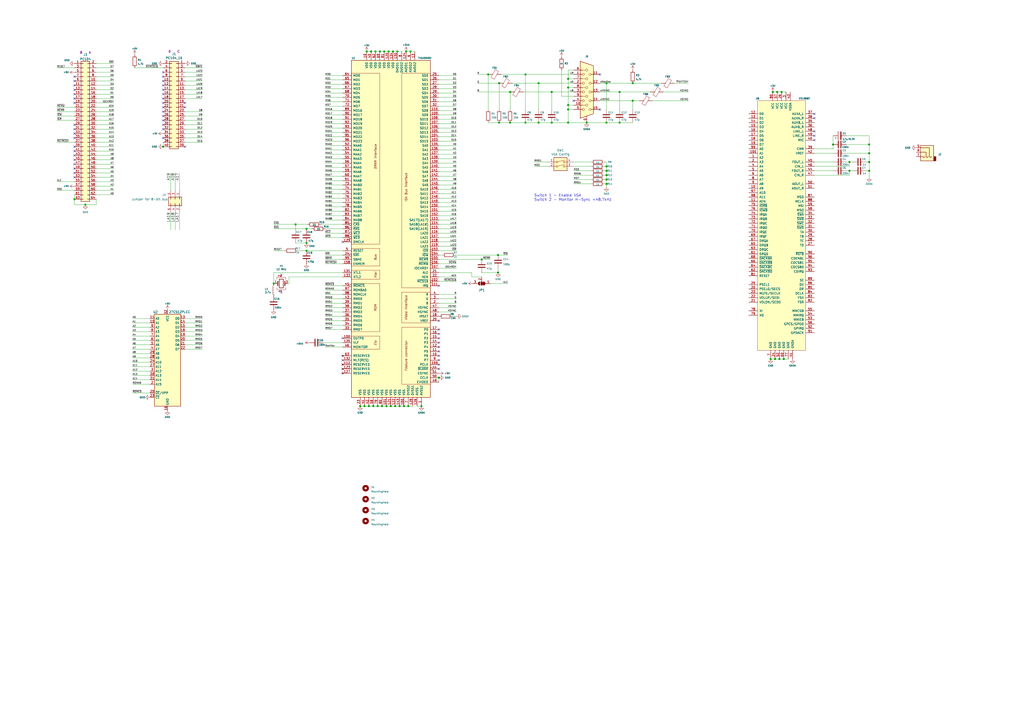
<source format=kicad_sch>
(kicad_sch (version 20210406) (generator eeschema)
  (paper "A2")
  (title_block (date "2021-03-24") (rev "A"))
  (lib_symbols
    (symbol "Connector:AudioJack3"
      (property "Reference" "J" (at 0 8.89 0))
      (property "Value" "AudioJack3" (at 0 6.35 0))
      (symbol "AudioJack3_1_1"
        (pin passive line (at 5.08 0 180) (length 2.54) (name "~") (number "R"))
        (pin passive line (at 5.08 2.54 180) (length 2.54) (name "~") (number "S"))
        (pin passive line (at 5.08 -2.54 180) (length 2.54) (name "~") (number "T"))
      )
    )
    (symbol "Connector:DB15_Female_HighDensity_MountingHoles" (pin_names (offset 1.016) hide)
      (property "Reference" "J" (at 0 21.59 0))
      (property "Value" "DB15_Female_HighDensity_MountingHoles" (at 0 19.05 0))
      (symbol "DB15_Female_HighDensity_MountingHoles_1_1"
        (pin passive line (at 0 -17.78 90) (length 3.81) (name "~") (number "0"))
        (pin passive line (at -7.62 10.16 0) (length 5.08) (name "~") (number "1"))
        (pin passive line (at -7.62 -7.62 0) (length 5.08) (name "~") (number "10"))
        (pin passive line (at 7.62 10.16 180) (length 5.08) (name "~") (number "11"))
        (pin passive line (at 7.62 5.08 180) (length 5.08) (name "~") (number "12"))
        (pin passive line (at 7.62 0 180) (length 5.08) (name "~") (number "13"))
        (pin passive line (at 7.62 -5.08 180) (length 5.08) (name "~") (number "14"))
        (pin passive line (at 7.62 -10.16 180) (length 5.08) (name "~") (number "15"))
        (pin passive line (at -7.62 5.08 0) (length 5.08) (name "~") (number "2"))
        (pin passive line (at -7.62 0 0) (length 5.08) (name "~") (number "3"))
        (pin passive line (at -7.62 -5.08 0) (length 5.08) (name "~") (number "4"))
        (pin passive line (at -7.62 -10.16 0) (length 5.08) (name "~") (number "5"))
        (pin passive line (at -7.62 12.7 0) (length 5.08) (name "~") (number "6"))
        (pin passive line (at -7.62 7.62 0) (length 5.08) (name "~") (number "7"))
        (pin passive line (at -7.62 2.54 0) (length 5.08) (name "~") (number "8"))
        (pin passive line (at -7.62 -2.54 0) (length 5.08) (name "~") (number "9"))
      )
    )
    (symbol "Connector_Generic:Conn_02x03_Odd_Even" (pin_names (offset 1.016) hide)
      (property "Reference" "J" (at 1.27 5.08 0))
      (property "Value" "Conn_02x03_Odd_Even" (at 1.27 -5.08 0))
      (symbol "Conn_02x03_Odd_Even_1_1"
        (pin passive line (at -5.08 2.54 0) (length 3.81) (name "Pin_1") (number "1"))
        (pin passive line (at 7.62 2.54 180) (length 3.81) (name "Pin_2") (number "2"))
        (pin passive line (at -5.08 0 0) (length 3.81) (name "Pin_3") (number "3"))
        (pin passive line (at 7.62 0 180) (length 3.81) (name "Pin_4") (number "4"))
        (pin passive line (at -5.08 -2.54 0) (length 3.81) (name "Pin_5") (number "5"))
        (pin passive line (at 7.62 -2.54 180) (length 3.81) (name "Pin_6") (number "6"))
      )
    )
    (symbol "Connector_Generic:Conn_02x20_Odd_Even" (pin_names (offset 1.016) hide)
      (property "Reference" "J" (at 1.27 25.4 0))
      (property "Value" "Conn_02x20_Odd_Even" (at 1.27 -27.94 0))
      (symbol "Conn_02x20_Odd_Even_1_1"
        (pin passive line (at -5.08 22.86 0) (length 3.81) (name "Pin_1") (number "1"))
        (pin passive line (at 7.62 12.7 180) (length 3.81) (name "Pin_10") (number "10"))
        (pin passive line (at -5.08 10.16 0) (length 3.81) (name "Pin_11") (number "11"))
        (pin passive line (at 7.62 10.16 180) (length 3.81) (name "Pin_12") (number "12"))
        (pin passive line (at -5.08 7.62 0) (length 3.81) (name "Pin_13") (number "13"))
        (pin passive line (at 7.62 7.62 180) (length 3.81) (name "Pin_14") (number "14"))
        (pin passive line (at -5.08 5.08 0) (length 3.81) (name "Pin_15") (number "15"))
        (pin passive line (at 7.62 5.08 180) (length 3.81) (name "Pin_16") (number "16"))
        (pin passive line (at -5.08 2.54 0) (length 3.81) (name "Pin_17") (number "17"))
        (pin passive line (at 7.62 2.54 180) (length 3.81) (name "Pin_18") (number "18"))
        (pin passive line (at -5.08 0 0) (length 3.81) (name "Pin_19") (number "19"))
        (pin passive line (at 7.62 22.86 180) (length 3.81) (name "Pin_2") (number "2"))
        (pin passive line (at 7.62 0 180) (length 3.81) (name "Pin_20") (number "20"))
        (pin passive line (at -5.08 -2.54 0) (length 3.81) (name "Pin_21") (number "21"))
        (pin passive line (at 7.62 -2.54 180) (length 3.81) (name "Pin_22") (number "22"))
        (pin passive line (at -5.08 -5.08 0) (length 3.81) (name "Pin_23") (number "23"))
        (pin passive line (at 7.62 -5.08 180) (length 3.81) (name "Pin_24") (number "24"))
        (pin passive line (at -5.08 -7.62 0) (length 3.81) (name "Pin_25") (number "25"))
        (pin passive line (at 7.62 -7.62 180) (length 3.81) (name "Pin_26") (number "26"))
        (pin passive line (at -5.08 -10.16 0) (length 3.81) (name "Pin_27") (number "27"))
        (pin passive line (at 7.62 -10.16 180) (length 3.81) (name "Pin_28") (number "28"))
        (pin passive line (at -5.08 -12.7 0) (length 3.81) (name "Pin_29") (number "29"))
        (pin passive line (at -5.08 20.32 0) (length 3.81) (name "Pin_3") (number "3"))
        (pin passive line (at 7.62 -12.7 180) (length 3.81) (name "Pin_30") (number "30"))
        (pin passive line (at -5.08 -15.24 0) (length 3.81) (name "Pin_31") (number "31"))
        (pin passive line (at 7.62 -15.24 180) (length 3.81) (name "Pin_32") (number "32"))
        (pin passive line (at -5.08 -17.78 0) (length 3.81) (name "Pin_33") (number "33"))
        (pin passive line (at 7.62 -17.78 180) (length 3.81) (name "Pin_34") (number "34"))
        (pin passive line (at -5.08 -20.32 0) (length 3.81) (name "Pin_35") (number "35"))
        (pin passive line (at 7.62 -20.32 180) (length 3.81) (name "Pin_36") (number "36"))
        (pin passive line (at -5.08 -22.86 0) (length 3.81) (name "Pin_37") (number "37"))
        (pin passive line (at 7.62 -22.86 180) (length 3.81) (name "Pin_38") (number "38"))
        (pin passive line (at -5.08 -25.4 0) (length 3.81) (name "Pin_39") (number "39"))
        (pin passive line (at 7.62 20.32 180) (length 3.81) (name "Pin_4") (number "4"))
        (pin passive line (at 7.62 -25.4 180) (length 3.81) (name "Pin_40") (number "40"))
        (pin passive line (at -5.08 17.78 0) (length 3.81) (name "Pin_5") (number "5"))
        (pin passive line (at 7.62 17.78 180) (length 3.81) (name "Pin_6") (number "6"))
        (pin passive line (at -5.08 15.24 0) (length 3.81) (name "Pin_7") (number "7"))
        (pin passive line (at 7.62 15.24 180) (length 3.81) (name "Pin_8") (number "8"))
        (pin passive line (at -5.08 12.7 0) (length 3.81) (name "Pin_9") (number "9"))
      )
    )
    (symbol "Connector_Generic:Conn_02x32_Odd_Even" (pin_names (offset 1.016) hide)
      (property "Reference" "J" (at 1.27 40.64 0))
      (property "Value" "Conn_02x32_Odd_Even" (at 1.27 -43.18 0))
      (symbol "Conn_02x32_Odd_Even_1_1"
        (pin passive line (at -5.08 38.1 0) (length 3.81) (name "Pin_1") (number "1"))
        (pin passive line (at 7.62 27.94 180) (length 3.81) (name "Pin_10") (number "10"))
        (pin passive line (at -5.08 25.4 0) (length 3.81) (name "Pin_11") (number "11"))
        (pin passive line (at 7.62 25.4 180) (length 3.81) (name "Pin_12") (number "12"))
        (pin passive line (at -5.08 22.86 0) (length 3.81) (name "Pin_13") (number "13"))
        (pin passive line (at 7.62 22.86 180) (length 3.81) (name "Pin_14") (number "14"))
        (pin passive line (at -5.08 20.32 0) (length 3.81) (name "Pin_15") (number "15"))
        (pin passive line (at 7.62 20.32 180) (length 3.81) (name "Pin_16") (number "16"))
        (pin passive line (at -5.08 17.78 0) (length 3.81) (name "Pin_17") (number "17"))
        (pin passive line (at 7.62 17.78 180) (length 3.81) (name "Pin_18") (number "18"))
        (pin passive line (at -5.08 15.24 0) (length 3.81) (name "Pin_19") (number "19"))
        (pin passive line (at 7.62 38.1 180) (length 3.81) (name "Pin_2") (number "2"))
        (pin passive line (at 7.62 15.24 180) (length 3.81) (name "Pin_20") (number "20"))
        (pin passive line (at -5.08 12.7 0) (length 3.81) (name "Pin_21") (number "21"))
        (pin passive line (at 7.62 12.7 180) (length 3.81) (name "Pin_22") (number "22"))
        (pin passive line (at -5.08 10.16 0) (length 3.81) (name "Pin_23") (number "23"))
        (pin passive line (at 7.62 10.16 180) (length 3.81) (name "Pin_24") (number "24"))
        (pin passive line (at -5.08 7.62 0) (length 3.81) (name "Pin_25") (number "25"))
        (pin passive line (at 7.62 7.62 180) (length 3.81) (name "Pin_26") (number "26"))
        (pin passive line (at -5.08 5.08 0) (length 3.81) (name "Pin_27") (number "27"))
        (pin passive line (at 7.62 5.08 180) (length 3.81) (name "Pin_28") (number "28"))
        (pin passive line (at -5.08 2.54 0) (length 3.81) (name "Pin_29") (number "29"))
        (pin passive line (at -5.08 35.56 0) (length 3.81) (name "Pin_3") (number "3"))
        (pin passive line (at 7.62 2.54 180) (length 3.81) (name "Pin_30") (number "30"))
        (pin passive line (at -5.08 0 0) (length 3.81) (name "Pin_31") (number "31"))
        (pin passive line (at 7.62 0 180) (length 3.81) (name "Pin_32") (number "32"))
        (pin passive line (at -5.08 -2.54 0) (length 3.81) (name "Pin_33") (number "33"))
        (pin passive line (at 7.62 -2.54 180) (length 3.81) (name "Pin_34") (number "34"))
        (pin passive line (at -5.08 -5.08 0) (length 3.81) (name "Pin_35") (number "35"))
        (pin passive line (at 7.62 -5.08 180) (length 3.81) (name "Pin_36") (number "36"))
        (pin passive line (at -5.08 -7.62 0) (length 3.81) (name "Pin_37") (number "37"))
        (pin passive line (at 7.62 -7.62 180) (length 3.81) (name "Pin_38") (number "38"))
        (pin passive line (at -5.08 -10.16 0) (length 3.81) (name "Pin_39") (number "39"))
        (pin passive line (at 7.62 35.56 180) (length 3.81) (name "Pin_4") (number "4"))
        (pin passive line (at 7.62 -10.16 180) (length 3.81) (name "Pin_40") (number "40"))
        (pin passive line (at -5.08 -12.7 0) (length 3.81) (name "Pin_41") (number "41"))
        (pin passive line (at 7.62 -12.7 180) (length 3.81) (name "Pin_42") (number "42"))
        (pin passive line (at -5.08 -15.24 0) (length 3.81) (name "Pin_43") (number "43"))
        (pin passive line (at 7.62 -15.24 180) (length 3.81) (name "Pin_44") (number "44"))
        (pin passive line (at -5.08 -17.78 0) (length 3.81) (name "Pin_45") (number "45"))
        (pin passive line (at 7.62 -17.78 180) (length 3.81) (name "Pin_46") (number "46"))
        (pin passive line (at -5.08 -20.32 0) (length 3.81) (name "Pin_47") (number "47"))
        (pin passive line (at 7.62 -20.32 180) (length 3.81) (name "Pin_48") (number "48"))
        (pin passive line (at -5.08 -22.86 0) (length 3.81) (name "Pin_49") (number "49"))
        (pin passive line (at -5.08 33.02 0) (length 3.81) (name "Pin_5") (number "5"))
        (pin passive line (at 7.62 -22.86 180) (length 3.81) (name "Pin_50") (number "50"))
        (pin passive line (at -5.08 -25.4 0) (length 3.81) (name "Pin_51") (number "51"))
        (pin passive line (at 7.62 -25.4 180) (length 3.81) (name "Pin_52") (number "52"))
        (pin passive line (at -5.08 -27.94 0) (length 3.81) (name "Pin_53") (number "53"))
        (pin passive line (at 7.62 -27.94 180) (length 3.81) (name "Pin_54") (number "54"))
        (pin passive line (at -5.08 -30.48 0) (length 3.81) (name "Pin_55") (number "55"))
        (pin passive line (at 7.62 -30.48 180) (length 3.81) (name "Pin_56") (number "56"))
        (pin passive line (at -5.08 -33.02 0) (length 3.81) (name "Pin_57") (number "57"))
        (pin passive line (at 7.62 -33.02 180) (length 3.81) (name "Pin_58") (number "58"))
        (pin passive line (at -5.08 -35.56 0) (length 3.81) (name "Pin_59") (number "59"))
        (pin passive line (at 7.62 33.02 180) (length 3.81) (name "Pin_6") (number "6"))
        (pin passive line (at 7.62 -35.56 180) (length 3.81) (name "Pin_60") (number "60"))
        (pin passive line (at -5.08 -38.1 0) (length 3.81) (name "Pin_61") (number "61"))
        (pin passive line (at 7.62 -38.1 180) (length 3.81) (name "Pin_62") (number "62"))
        (pin passive line (at -5.08 -40.64 0) (length 3.81) (name "Pin_63") (number "63"))
        (pin passive line (at 7.62 -40.64 180) (length 3.81) (name "Pin_64") (number "64"))
        (pin passive line (at -5.08 30.48 0) (length 3.81) (name "Pin_7") (number "7"))
        (pin passive line (at 7.62 30.48 180) (length 3.81) (name "Pin_8") (number "8"))
        (pin passive line (at -5.08 27.94 0) (length 3.81) (name "Pin_9") (number "9"))
      )
    )
    (symbol "Device:C" (pin_numbers hide) (pin_names (offset 0.254))
      (property "Reference" "C" (at 0.635 2.54 0))
      (property "Value" "C" (at 0.635 -2.54 0))
      (symbol "C_1_1"
        (pin passive line (at 0 3.81 270) (length 2.794) (name "~") (number "1"))
        (pin passive line (at 0 -3.81 90) (length 2.794) (name "~") (number "2"))
      )
    )
    (symbol "Device:CP" (pin_numbers hide) (pin_names (offset 0.254))
      (property "Reference" "C" (at 0.635 2.54 0))
      (property "Value" "CP" (at 0.635 -2.54 0))
      (symbol "CP_1_1"
        (pin passive line (at 0 3.81 270) (length 2.794) (name "~") (number "1"))
        (pin passive line (at 0 -3.81 90) (length 2.794) (name "~") (number "2"))
      )
    )
    (symbol "Device:Crystal_GND24" (pin_names (offset 1.016) hide)
      (property "Reference" "Y" (at 3.175 5.08 0))
      (property "Value" "Crystal_GND24" (at 3.175 3.175 0))
      (symbol "Crystal_GND24_1_1"
        (pin passive line (at -3.81 0 0) (length 1.27) (name "1") (number "1"))
        (pin passive line (at 0 5.08 270) (length 1.27) (name "2") (number "2"))
        (pin passive line (at 3.81 0 180) (length 1.27) (name "3") (number "3"))
        (pin passive line (at 0 -5.08 90) (length 1.27) (name "4") (number "4"))
      )
    )
    (symbol "Device:Ferrite_Bead" (pin_numbers hide) (pin_names (offset 0))
      (property "Reference" "FB" (at -3.81 0.635 90))
      (property "Value" "Ferrite_Bead" (at 3.81 0 90))
      (symbol "Ferrite_Bead_1_1"
        (pin passive line (at 0 3.81 270) (length 2.54) (name "~") (number "1"))
        (pin passive line (at 0 -3.81 90) (length 2.54) (name "~") (number "2"))
      )
    )
    (symbol "Device:L" (pin_numbers hide) (pin_names (offset 1.016) hide)
      (property "Reference" "L" (at -1.27 0 90))
      (property "Value" "L" (at 1.905 0 90))
      (symbol "L_1_1"
        (pin passive line (at 0 3.81 270) (length 1.27) (name "1") (number "1"))
        (pin passive line (at 0 -3.81 90) (length 1.27) (name "2") (number "2"))
      )
    )
    (symbol "Device:R" (pin_numbers hide) (pin_names (offset 0))
      (property "Reference" "R" (at 2.032 0 90))
      (property "Value" "R" (at 0 0 90))
      (symbol "R_1_1"
        (pin passive line (at 0 3.81 270) (length 1.27) (name "~") (number "1"))
        (pin passive line (at 0 -3.81 90) (length 1.27) (name "~") (number "2"))
      )
    )
    (symbol "Jumper:SolderJumper_3_Bridged12" (pin_names (offset 0) hide)
      (property "Reference" "JP" (at -2.54 -2.54 0))
      (property "Value" "SolderJumper_3_Bridged12" (at 0 2.794 0))
      (symbol "SolderJumper_3_Bridged12_1_1"
        (pin passive line (at -5.08 0 0) (length 2.54) (name "A") (number "1"))
        (pin input line (at 0 -3.81 90) (length 2.54) (name "C") (number "2"))
        (pin passive line (at 5.08 0 180) (length 2.54) (name "B") (number "3"))
      )
    )
    (symbol "Mechanical:MountingHole" (pin_names (offset 1.016))
      (property "Reference" "H" (at 0 5.08 0))
      (property "Value" "MountingHole" (at 0 3.175 0))
    )
    (symbol "Memory_EPROM:27C512PLCC"
      (property "Reference" "U" (at -7.62 26.67 0))
      (property "Value" "27C512PLCC" (at 2.54 -29.21 0))
      (symbol "27C512PLCC_1_1"
        (pin no_connect line (at 7.62 -17.78 180) (length 2.54) hide (name "NC") (number "1"))
        (pin input line (at -10.16 20.32 0) (length 2.54) (name "A1") (number "10"))
        (pin input line (at -10.16 22.86 0) (length 2.54) (name "A0") (number "11"))
        (pin no_connect line (at 7.62 -22.86 180) (length 2.54) hide (name "NC") (number "12"))
        (pin tri_state line (at 10.16 22.86 180) (length 2.54) (name "O0") (number "13"))
        (pin tri_state line (at 10.16 20.32 180) (length 2.54) (name "O1") (number "14"))
        (pin tri_state line (at 10.16 17.78 180) (length 2.54) (name "O2") (number "15"))
        (pin power_in line (at 0 -30.48 90) (length 2.54) (name "GND") (number "16"))
        (pin no_connect line (at 7.62 -20.32 180) (length 2.54) hide (name "NC") (number "17"))
        (pin tri_state line (at 10.16 15.24 180) (length 2.54) (name "O3") (number "18"))
        (pin tri_state line (at 10.16 12.7 180) (length 2.54) (name "O4") (number "19"))
        (pin input line (at -10.16 -15.24 0) (length 2.54) (name "A15") (number "2"))
        (pin tri_state line (at 10.16 10.16 180) (length 2.54) (name "O5") (number "20"))
        (pin tri_state line (at 10.16 7.62 180) (length 2.54) (name "O6") (number "21"))
        (pin tri_state line (at 10.16 5.08 180) (length 2.54) (name "O7") (number "22"))
        (pin input line (at -10.16 -22.86 0) (length 2.54) (name "~CE") (number "23"))
        (pin input line (at -10.16 -2.54 0) (length 2.54) (name "A10") (number "24"))
        (pin input line (at -10.16 -20.32 0) (length 2.54) (name "~OE~/VPP") (number "25"))
        (pin no_connect line (at 7.62 -25.4 180) (length 2.54) hide (name "NC") (number "26"))
        (pin input line (at -10.16 -5.08 0) (length 2.54) (name "A11") (number "27"))
        (pin input line (at -10.16 0 0) (length 2.54) (name "A9") (number "28"))
        (pin input line (at -10.16 2.54 0) (length 2.54) (name "A8") (number "29"))
        (pin input line (at -10.16 -7.62 0) (length 2.54) (name "A12") (number "3"))
        (pin input line (at -10.16 -10.16 0) (length 2.54) (name "A13") (number "30"))
        (pin input line (at -10.16 -12.7 0) (length 2.54) (name "A14") (number "31"))
        (pin power_in line (at 0 27.94 270) (length 2.54) (name "VCC") (number "32"))
        (pin input line (at -10.16 5.08 0) (length 2.54) (name "A7") (number "4"))
        (pin input line (at -10.16 7.62 0) (length 2.54) (name "A6") (number "5"))
        (pin input line (at -10.16 10.16 0) (length 2.54) (name "A5") (number "6"))
        (pin input line (at -10.16 12.7 0) (length 2.54) (name "A4") (number "7"))
        (pin input line (at -10.16 15.24 0) (length 2.54) (name "A3") (number "8"))
        (pin input line (at -10.16 17.78 0) (length 2.54) (name "A2") (number "9"))
      )
    )
    (symbol "Switch:SW_DIP_x02" (pin_names (offset 0) hide)
      (property "Reference" "SW" (at 0 6.35 0))
      (property "Value" "SW_DIP_x02" (at 0 -3.81 0))
      (symbol "SW_DIP_x02_1_1"
        (pin passive line (at -7.62 2.54 0) (length 5.08) (name "~") (number "1"))
        (pin passive line (at -7.62 0 0) (length 5.08) (name "~") (number "2"))
        (pin passive line (at 7.62 0 180) (length 5.08) (name "~") (number "3"))
        (pin passive line (at 7.62 2.54 180) (length 5.08) (name "~") (number "4"))
      )
    )
    (symbol "ess:ES1868F" (pin_names (offset 1.016))
      (property "Reference" "U" (at 0 2.54 0))
      (property "Value" "ES1868F" (at 0 0 0))
      (symbol "ES1868F_1_1"
        (pin input line (at -19.05 39.37 0) (length 5.08) (name "A2") (number "1"))
        (pin input line (at -19.05 21.59 0) (length 5.08) (name "A9") (number "10"))
        (pin input line (at -19.05 41.91 0) (length 5.08) (name "A1") (number "100"))
        (pin input line (at -19.05 13.97 0) (length 5.08) (name "AEN") (number "11"))
        (pin bidirectional line (at -19.05 64.77 0) (length 5.08) (name "D0") (number "12"))
        (pin bidirectional line (at -19.05 62.23 0) (length 5.08) (name "D1") (number "13"))
        (pin bidirectional line (at -19.05 59.69 0) (length 5.08) (name "D2") (number "14"))
        (pin bidirectional line (at -19.05 57.15 0) (length 5.08) (name "D3") (number "15"))
        (pin bidirectional line (at -19.05 54.61 0) (length 5.08) (name "D4") (number "16"))
        (pin bidirectional line (at -19.05 52.07 0) (length 5.08) (name "D5") (number "17"))
        (pin bidirectional line (at -19.05 49.53 0) (length 5.08) (name "D6") (number "18"))
        (pin bidirectional line (at -19.05 46.99 0) (length 5.08) (name "D7") (number "19"))
        (pin input line (at -19.05 36.83 0) (length 5.08) (name "A3") (number "2"))
        (pin input line (at -19.05 -36.83 0) (length 5.08) (name "PSEL0/SECS") (number "20"))
        (pin input line (at -19.05 -44.45 0) (length 5.08) (name "VOLDN/SEDO") (number "21"))
        (pin input line (at -19.05 -41.91 0) (length 5.08) (name "VOLUP/SEDI") (number "22"))
        (pin output line (at -19.05 -39.37 0) (length 5.08) (name "MUTE/SECLK") (number "23"))
        (pin power_in line (at -3.81 -77.47 90) (length 5.08) (name "GND") (number "24"))
        (pin input line (at -19.05 -34.29 0) (length 5.08) (name "PSEL1") (number "25"))
        (pin power_in line (at 0 77.47 270) (length 5.08) (name "VCC") (number "26"))
        (pin bidirectional line (at 19.05 -11.43 180) (length 5.08) (name "TD") (number "27"))
        (pin bidirectional line (at 19.05 -8.89 180) (length 5.08) (name "TC") (number "28"))
        (pin bidirectional line (at 19.05 -6.35 180) (length 5.08) (name "TB") (number "29"))
        (pin power_in line (at 2.54 77.47 270) (length 5.08) (name "VCC") (number "3"))
        (pin bidirectional line (at 19.05 -3.81 180) (length 5.08) (name "TA") (number "30"))
        (pin input line (at 19.05 -1.27 180) (length 5.08) (name "~SWD") (number "31"))
        (pin input line (at 19.05 1.27 180) (length 5.08) (name "~SWC") (number "32"))
        (pin input line (at 19.05 3.81 180) (length 5.08) (name "~SWB") (number "33"))
        (pin input line (at 19.05 6.35 180) (length 5.08) (name "~SWA") (number "34"))
        (pin input line (at 19.05 59.69 180) (length 5.08) (name "AUXB_L") (number "35"))
        (pin input line (at 19.05 57.15 180) (length 5.08) (name "AUXB_R") (number "36"))
        (pin input line (at 19.05 64.77 180) (length 5.08) (name "AUXA_L") (number "37"))
        (pin input line (at 19.05 62.23 180) (length 5.08) (name "AUXA_R") (number "38"))
        (pin output line (at 19.05 44.45 180) (length 5.08) (name "CMR") (number "39"))
        (pin input line (at -19.05 34.29 0) (length 5.08) (name "A4") (number "4"))
        (pin input line (at 19.05 49.53 180) (length 5.08) (name "MIC") (number "40"))
        (pin power_in line (at 6.35 -77.47 90) (length 5.08) (name "GNDA") (number "41"))
        (pin output line (at 19.05 41.91 180) (length 5.08) (name "VREF") (number "42"))
        (pin power_in line (at 5.08 77.47 270) (length 5.08) (name "VDDA") (number "43"))
        (pin output line (at 19.05 31.75 180) (length 5.08) (name "FOUT_R") (number "44"))
        (pin output line (at 19.05 36.83 180) (length 5.08) (name "FOUT_L") (number "45"))
        (pin input line (at 19.05 34.29 180) (length 5.08) (name "CIN_L") (number "46"))
        (pin input line (at 19.05 29.21 180) (length 5.08) (name "CIN_R") (number "47"))
        (pin input line (at 19.05 54.61 180) (length 5.08) (name "LINE_L") (number "48"))
        (pin input line (at 19.05 52.07 180) (length 5.08) (name "LINE_R") (number "49"))
        (pin input line (at -19.05 31.75 0) (length 5.08) (name "A5") (number "5"))
        (pin output line (at 19.05 24.13 180) (length 5.08) (name "AOUT_L") (number "50"))
        (pin output line (at 19.05 21.59 180) (length 5.08) (name "AOUT_R") (number "51"))
        (pin power_in line (at -1.27 -77.47 90) (length 5.08) (name "GND") (number "52"))
        (pin input line (at 19.05 -54.61 180) (length 5.08) (name "MMIEB") (number "53"))
        (pin input line (at 19.05 -52.07 180) (length 5.08) (name "MMIRQ") (number "54"))
        (pin output line (at 19.05 -49.53 180) (length 5.08) (name "MMCSB") (number "55"))
        (pin output line (at 19.05 -57.15 180) (length 5.08) (name "GPCS/GPO0") (number "56"))
        (pin power_in line (at -2.54 77.47 270) (length 5.08) (name "VCC") (number "57"))
        (pin output line (at 19.05 8.89 180) (length 5.08) (name "MSO") (number "58"))
        (pin input line (at 19.05 11.43 180) (length 5.08) (name "MSI") (number "59"))
        (pin input line (at -19.05 29.21 0) (length 5.08) (name "A6") (number "6"))
        (pin power_in line (at 1.27 -77.47 90) (length 5.08) (name "GND") (number "60"))
        (pin output line (at -19.05 -16.51 0) (length 5.08) (name "DRQD") (number "61"))
        (pin tri_state line (at -19.05 -26.67 0) (length 5.08) (name "~DACKBD") (number "62"))
        (pin output line (at -19.05 -13.97 0) (length 5.08) (name "DRQC") (number "63"))
        (pin tri_state line (at -19.05 -24.13 0) (length 5.08) (name "~DACKBC") (number "64"))
        (pin output line (at -19.05 -11.43 0) (length 5.08) (name "DRQB") (number "65"))
        (pin tri_state line (at -19.05 -21.59 0) (length 5.08) (name "~DACKBB") (number "66"))
        (pin output line (at -19.05 -8.89 0) (length 5.08) (name "DRQA") (number "67"))
        (pin tri_state line (at -19.05 -19.05 0) (length 5.08) (name "~DACKBA") (number "68"))
        (pin tri_state line (at -19.05 -6.35 0) (length 5.08) (name "IRQF") (number "69"))
        (pin power_in line (at -6.35 -77.47 90) (length 5.08) (name "GND") (number "7"))
        (pin tri_state line (at -19.05 -3.81 0) (length 5.08) (name "IRQE") (number "70"))
        (pin tri_state line (at -19.05 -1.27 0) (length 5.08) (name "IRQD") (number "71"))
        (pin tri_state line (at -19.05 1.27 0) (length 5.08) (name "IRQC") (number "72"))
        (pin tri_state line (at -19.05 3.81 0) (length 5.08) (name "IRQB") (number "73"))
        (pin tri_state line (at -19.05 6.35 0) (length 5.08) (name "IRQA") (number "74"))
        (pin input line (at -19.05 11.43 0) (length 5.08) (name "~IORB") (number "75"))
        (pin input line (at -19.05 8.89 0) (length 5.08) (name "~IOWB") (number "76"))
        (pin power_in line (at 3.81 -77.47 90) (length 5.08) (name "GND") (number "77"))
        (pin input line (at -19.05 -49.53 0) (length 5.08) (name "XI") (number "78"))
        (pin output line (at -19.05 -52.07 0) (length 5.08) (name "XO") (number "79"))
        (pin input line (at -19.05 26.67 0) (length 5.08) (name "A7") (number "8"))
        (pin power_in line (at -5.08 77.47 270) (length 5.08) (name "VCC") (number "80"))
        (pin input line (at -19.05 -29.21 0) (length 5.08) (name "RESET") (number "81"))
        (pin input line (at 19.05 -44.45 180) (length 5.08) (name "FSR") (number "82"))
        (pin input line (at 19.05 -41.91 180) (length 5.08) (name "FSX") (number "83"))
        (pin input line (at 19.05 -39.37 180) (length 5.08) (name "DCLK") (number "84"))
        (pin input line (at 19.05 -36.83 180) (length 5.08) (name "DR") (number "85"))
        (pin tri_state line (at 19.05 -34.29 180) (length 5.08) (name "DX") (number "86"))
        (pin input line (at 19.05 16.51 180) (length 5.08) (name "MSD") (number "87"))
        (pin input line (at 19.05 13.97 180) (length 5.08) (name "MCLK") (number "88"))
        (pin input line (at 19.05 -31.75 180) (length 5.08) (name "SE") (number "89"))
        (pin input line (at -19.05 24.13 0) (length 5.08) (name "A8") (number "9"))
        (pin output line (at 19.05 -16.51 180) (length 5.08) (name "~RSTB") (number "90"))
        (pin output line (at 19.05 -62.23 180) (length 5.08) (name "GPDACK") (number "91"))
        (pin input line (at 19.05 -59.69 180) (length 5.08) (name "GPIRQ") (number "92"))
        (pin input line (at 19.05 -26.67 180) (length 5.08) (name "CDIRQ") (number "93"))
        (pin output line (at 19.05 -24.13 180) (length 5.08) (name "CDCSB0") (number "94"))
        (pin output line (at 19.05 -21.59 180) (length 5.08) (name "CDCSB1") (number "95"))
        (pin output line (at 19.05 -19.05 180) (length 5.08) (name "CDENBL") (number "96"))
        (pin input line (at -19.05 19.05 0) (length 5.08) (name "A10") (number "97"))
        (pin input line (at -19.05 16.51 0) (length 5.08) (name "A11") (number "98"))
        (pin input line (at -19.05 44.45 0) (length 5.08) (name "A0") (number "99"))
      )
    )
    (symbol "my:TVGA9000I" (pin_names (offset 1.016))
      (property "Reference" "U" (at 0 0 0))
      (property "Value" "TVGA9000I" (at 0 -2.54 0))
      (symbol "TVGA9000I_0_0"
        (text "Bus" (at -8.89 -16.51 900) (effects (font (size 1.27 1.27) italic)))
        (text "DRAM interface" (at -8.89 41.91 900) (effects (font (size 1.27 1.27) italic)))
        (text "Etc" (at -8.89 -66.04 900) (effects (font (size 1.27 1.27) italic)))
        (text "Feature connector" (at 8.89 -73.66 900) (effects (font (size 1.27 1.27) italic)))
        (text "ISA Bus interface" (at 8.89 24.13 900) (effects (font (size 1.27 1.27) italic)))
        (text "ROM" (at -8.89 -45.72 900) (effects (font (size 1.27 1.27) italic)))
        (text "Video interface" (at 8.89 -45.72 900) (effects (font (size 1.27 1.27) italic)))
        (text "Xtal" (at -8.89 -26.67 900) (effects (font (size 1.27 1.27) italic)))
      )
      (symbol "TVGA9000I_1_1"
        (pin power_in line (at 17.78 -102.87 90) (length 5.08) (name "AVSS2") (number "1"))
        (pin bidirectional line (at 27.94 -73.66 180) (length 5.08) (name "P6") (number "10"))
        (pin output line (at -27.94 -63.5 0) (length 5.08) (name "OUTP0") (number "100"))
        (pin power_in line (at -2.54 -102.87 90) (length 5.08) (name "VSS") (number "101"))
        (pin output inverted (at 27.94 -30.48 180) (length 5.08) (name "~MCS16") (number "102"))
        (pin tri_state line (at 27.94 50.8 180) (length 5.08) (name "SD15") (number "103"))
        (pin tri_state line (at 27.94 53.34 180) (length 5.08) (name "SD14") (number "104"))
        (pin tri_state line (at 27.94 55.88 180) (length 5.08) (name "SD13") (number "105"))
        (pin tri_state line (at 27.94 58.42 180) (length 5.08) (name "SD12") (number "106"))
        (pin tri_state line (at 27.94 60.96 180) (length 5.08) (name "SD11") (number "107"))
        (pin tri_state line (at 27.94 63.5 180) (length 5.08) (name "SD10") (number "108"))
        (pin tri_state line (at 27.94 66.04 180) (length 5.08) (name "SD9") (number "109"))
        (pin bidirectional line (at 27.94 -71.12 180) (length 5.08) (name "P5") (number "11"))
        (pin tri_state line (at 27.94 68.58 180) (length 5.08) (name "SD8") (number "110"))
        (pin output line (at 27.94 -33.02 180) (length 5.08) (name "IRQ") (number "111"))
        (pin no_connect line (at -27.94 -78.74 0) (length 5.08) (name "RESERVED") (number "112"))
        (pin input line (at 27.94 5.08 180) (length 5.08) (name "SA17(LA17)") (number "113"))
        (pin input line (at 27.94 2.54 180) (length 5.08) (name "SA18(LA18)") (number "114"))
        (pin input line (at 27.94 0 180) (length 5.08) (name "SA19(LA19)") (number "115"))
        (pin input line (at 27.94 -2.54 180) (length 5.08) (name "LA20") (number "116"))
        (pin input line (at 27.94 -5.08 180) (length 5.08) (name "LA21") (number "117"))
        (pin input line (at 27.94 -7.62 180) (length 5.08) (name "LA22") (number "118"))
        (pin input line (at 27.94 -10.16 180) (length 5.08) (name "LA23") (number "119"))
        (pin bidirectional line (at 27.94 -68.58 180) (length 5.08) (name "P4") (number "12"))
        (pin power_in line (at -1.27 102.87 270) (length 5.08) (name "VDD") (number "120"))
        (pin power_in line (at 0 -102.87 90) (length 5.08) (name "VSS") (number "121"))
        (pin power_in line (at 2.54 -102.87 90) (length 5.08) (name "VSS") (number "122"))
        (pin no_connect line (at -27.94 -81.28 0) (length 5.08) (name "RESERVED") (number "123"))
        (pin power_in line (at 8.89 102.87 270) (length 5.08) (name "AVDD1") (number "124"))
        (pin output line (at -27.94 -66.04 0) (length 5.08) (name "VLF") (number "125"))
        (pin power_in line (at 15.24 -102.87 90) (length 5.08) (name "AVSS") (number "126"))
        (pin no_connect line (at -27.94 -83.82 0) (length 5.08) (name "RESERVED") (number "127"))
        (pin power_in line (at 12.7 -102.87 90) (length 5.08) (name "DVSS1") (number "128"))
        (pin tri_state line (at -27.94 -7.62 0) (length 5.08) (name "DMCLK") (number "129"))
        (pin power_in line (at 13.97 102.87 270) (length 5.08) (name "AVDD2") (number "13"))
        (pin power_in line (at 3.81 102.87 270) (length 5.08) (name "DVDD1") (number "130"))
        (pin output line (at -27.94 -25.4 0) (length 5.08) (name "XTL1") (number "131"))
        (pin output line (at -27.94 -76.2 0) (length 5.08) (name "MLF(RES)") (number "132"))
        (pin input line (at -27.94 -27.94 0) (length 5.08) (name "XTL2") (number "133"))
        (pin power_in line (at 1.27 102.87 270) (length 5.08) (name "VDD") (number "134"))
        (pin input line (at 27.94 48.26 180) (length 5.08) (name "SA0") (number "135"))
        (pin input line (at 27.94 45.72 180) (length 5.08) (name "SA1") (number "136"))
        (pin input line (at 27.94 43.18 180) (length 5.08) (name "SA2") (number "137"))
        (pin input line (at 27.94 40.64 180) (length 5.08) (name "SA3") (number "138"))
        (pin input line (at 27.94 38.1 180) (length 5.08) (name "SA4") (number "139"))
        (pin bidirectional line (at 27.94 -66.04 180) (length 5.08) (name "P3") (number "14"))
        (pin input line (at 27.94 35.56 180) (length 5.08) (name "SA5") (number "140"))
        (pin input line (at 27.94 33.02 180) (length 5.08) (name "SA6") (number "141"))
        (pin input line (at 27.94 30.48 180) (length 5.08) (name "SA7") (number "142"))
        (pin power_in line (at 5.08 -102.87 90) (length 5.08) (name "VSS") (number "143"))
        (pin input line (at 27.94 27.94 180) (length 5.08) (name "SA8") (number "144"))
        (pin input line (at 27.94 25.4 180) (length 5.08) (name "SA9") (number "145"))
        (pin input line (at 27.94 22.86 180) (length 5.08) (name "SA10") (number "146"))
        (pin input line (at 27.94 20.32 180) (length 5.08) (name "SA11") (number "147"))
        (pin input line (at 27.94 17.78 180) (length 5.08) (name "SA12") (number "148"))
        (pin input line (at 27.94 15.24 180) (length 5.08) (name "SA13") (number "149"))
        (pin bidirectional line (at 27.94 -63.5 180) (length 5.08) (name "P2") (number "15"))
        (pin input line (at 27.94 12.7 180) (length 5.08) (name "SA14") (number "150"))
        (pin input line (at 27.94 10.16 180) (length 5.08) (name "SA15") (number "151"))
        (pin input line (at 27.94 7.62 180) (length 5.08) (name "SA16") (number "152"))
        (pin input inverted (at 27.94 -12.7 180) (length 5.08) (name "~IOR") (number "153"))
        (pin input inverted (at 27.94 -15.24 180) (length 5.08) (name "~IOW") (number "154"))
        (pin input inverted (at 27.94 -17.78 180) (length 5.08) (name "~MEMR") (number "155"))
        (pin input inverted (at 27.94 -20.32 180) (length 5.08) (name "~MEMW") (number "156"))
        (pin output line (at 27.94 -22.86 180) (length 5.08) (name "IOCHRDY") (number "157"))
        (pin input line (at -27.94 -20.32 0) (length 5.08) (name "ENMEM") (number "158"))
        (pin bidirectional line (at 27.94 -78.74 180) (length 5.08) (name "PCLK") (number "159"))
        (pin bidirectional line (at 27.94 -60.96 180) (length 5.08) (name "P1") (number "16"))
        (pin power_in line (at 7.62 -102.87 90) (length 5.08) (name "VSS") (number "160"))
        (pin bidirectional line (at 27.94 -58.42 180) (length 5.08) (name "P0") (number "17"))
        (pin input line (at 27.94 -50.8 180) (length 5.08) (name "IRSET") (number "18"))
        (pin power_in line (at -13.97 102.87 270) (length 5.08) (name "VDD") (number "19"))
        (pin output line (at 27.94 -43.18 180) (length 5.08) (name "B") (number "2"))
        (pin input line (at 27.94 -53.34 180) (length 5.08) (name "VREF") (number "20"))
        (pin input line (at 27.94 -25.4 180) (length 5.08) (name "ALE") (number "21"))
        (pin input line (at 27.94 -27.94 180) (length 5.08) (name "AEN") (number "22"))
        (pin power_in line (at -17.78 -102.87 90) (length 5.08) (name "VSS") (number "23"))
        (pin open_collector inverted (at -27.94 -15.24 0) (length 5.08) (name "~NMI") (number "24"))
        (pin tri_state line (at 27.94 88.9 180) (length 5.08) (name "SD0") (number "25"))
        (pin tri_state line (at 27.94 86.36 180) (length 5.08) (name "SD1") (number "26"))
        (pin tri_state line (at 27.94 83.82 180) (length 5.08) (name "SD2") (number "27"))
        (pin tri_state line (at 27.94 81.28 180) (length 5.08) (name "SD3") (number "28"))
        (pin tri_state line (at 27.94 78.74 180) (length 5.08) (name "SD4") (number "29"))
        (pin output line (at 27.94 -40.64 180) (length 5.08) (name "G") (number "3"))
        (pin tri_state line (at 27.94 76.2 180) (length 5.08) (name "SD5") (number "30"))
        (pin tri_state line (at 27.94 73.66 180) (length 5.08) (name "SD6") (number "31"))
        (pin tri_state line (at 27.94 71.12 180) (length 5.08) (name "SD7") (number "32"))
        (pin tri_state line (at -27.94 -58.42 0) (length 5.08) (name "RMD7") (number "33"))
        (pin tri_state line (at -27.94 -55.88 0) (length 5.08) (name "RMD6") (number "34"))
        (pin tri_state line (at -27.94 -53.34 0) (length 5.08) (name "RMD5") (number "35"))
        (pin tri_state line (at -27.94 -50.8 0) (length 5.08) (name "RMD4") (number "36"))
        (pin tri_state line (at -27.94 -48.26 0) (length 5.08) (name "RMD3") (number "37"))
        (pin tri_state line (at -27.94 -45.72 0) (length 5.08) (name "RMD2") (number "38"))
        (pin tri_state line (at -27.94 -43.18 0) (length 5.08) (name "RMD1") (number "39"))
        (pin output line (at 27.94 -38.1 180) (length 5.08) (name "R") (number "4"))
        (pin power_in line (at -11.43 102.87 270) (length 5.08) (name "VDD") (number "40"))
        (pin power_in line (at -15.24 -102.87 90) (length 5.08) (name "VSS") (number "41"))
        (pin power_in line (at -12.7 -102.87 90) (length 5.08) (name "VSS") (number "42"))
        (pin tri_state line (at -27.94 -40.64 0) (length 5.08) (name "RMD0") (number "43"))
        (pin bidirectional inverted (at 27.94 -81.28 180) (length 5.08) (name "~BLANK") (number "44"))
        (pin output inverted (at -27.94 -33.02 0) (length 5.08) (name "~ROMCS") (number "45"))
        (pin input line (at -27.94 -68.58 0) (length 5.08) (name "MONITOR") (number "46"))
        (pin output line (at 27.94 -45.72 180) (length 5.08) (name "VSYNC") (number "47"))
        (pin output line (at 27.94 -48.26 180) (length 5.08) (name "HSYNC") (number "48"))
        (pin input line (at 27.94 -88.9 180) (length 5.08) (name "EVIDEO") (number "49"))
        (pin input line (at -27.94 -12.7 0) (length 5.08) (name "RESET") (number "5"))
        (pin input line (at 27.94 -86.36 180) (length 5.08) (name "ECLK") (number "50"))
        (pin input line (at 27.94 -83.82 180) (length 5.08) (name "ESYNC") (number "51"))
        (pin output line (at -27.94 48.26 0) (length 5.08) (name "MAA0") (number "52"))
        (pin output line (at -27.94 45.72 0) (length 5.08) (name "MAA1") (number "53"))
        (pin output line (at -27.94 43.18 0) (length 5.08) (name "MAA2") (number "54"))
        (pin output line (at -27.94 40.64 0) (length 5.08) (name "MAA3") (number "55"))
        (pin output line (at -27.94 38.1 0) (length 5.08) (name "MAA4") (number "56"))
        (pin output line (at -27.94 35.56 0) (length 5.08) (name "MAA5") (number "57"))
        (pin power_in line (at -10.16 -102.87 90) (length 5.08) (name "VSS") (number "58"))
        (pin output line (at -27.94 33.02 0) (length 5.08) (name "MAA6") (number "59"))
        (pin power_in line (at 11.43 102.87 270) (length 5.08) (name "AVDD2") (number "6"))
        (pin output line (at -27.94 30.48 0) (length 5.08) (name "MAA7") (number "60"))
        (pin output line (at -27.94 27.94 0) (length 5.08) (name "MAA8") (number "61"))
        (pin power_in line (at -8.89 102.87 270) (length 5.08) (name "VDD") (number "62"))
        (pin no_connect line (at -27.94 -73.66 0) (length 5.08) (name "RESERVED") (number "63"))
        (pin tri_state line (at -27.94 88.9 0) (length 5.08) (name "MD0") (number "64"))
        (pin tri_state line (at -27.94 86.36 0) (length 5.08) (name "MD1") (number "65"))
        (pin tri_state line (at -27.94 83.82 0) (length 5.08) (name "MD2") (number "66"))
        (pin tri_state line (at -27.94 81.28 0) (length 5.08) (name "MD3") (number "67"))
        (pin tri_state line (at -27.94 78.74 0) (length 5.08) (name "MD4") (number "68"))
        (pin power_in line (at -6.35 102.87 270) (length 5.08) (name "VDD") (number "69"))
        (pin power_in line (at 10.16 -102.87 90) (length 5.08) (name "DVSS2") (number "7"))
        (pin tri_state line (at -27.94 76.2 0) (length 5.08) (name "MD5") (number "70"))
        (pin tri_state line (at -27.94 73.66 0) (length 5.08) (name "MD6") (number "71"))
        (pin tri_state line (at -27.94 71.12 0) (length 5.08) (name "MD7") (number "72"))
        (pin output line (at -27.94 25.4 0) (length 5.08) (name "MAB0") (number "73"))
        (pin output line (at -27.94 22.86 0) (length 5.08) (name "MAB1") (number "74"))
        (pin output line (at -27.94 20.32 0) (length 5.08) (name "MAB2") (number "75"))
        (pin output line (at -27.94 17.78 0) (length 5.08) (name "MAB3") (number "76"))
        (pin output line (at -27.94 15.24 0) (length 5.08) (name "MAB4") (number "77"))
        (pin output line (at -27.94 12.7 0) (length 5.08) (name "MAB5") (number "78"))
        (pin power_in line (at -7.62 -102.87 90) (length 5.08) (name "VSS") (number "79"))
        (pin power_in line (at 6.35 102.87 270) (length 5.08) (name "DVDD2") (number "8"))
        (pin power_in line (at -5.08 -102.87 90) (length 5.08) (name "VSS") (number "80"))
        (pin power_in line (at -3.81 102.87 270) (length 5.08) (name "VDD") (number "81"))
        (pin output line (at -27.94 10.16 0) (length 5.08) (name "MAB6") (number "82"))
        (pin output line (at -27.94 7.62 0) (length 5.08) (name "MAB7") (number "83"))
        (pin output line (at -27.94 5.08 0) (length 5.08) (name "MAB8") (number "84"))
        (pin output inverted (at -27.94 2.54 0) (length 5.08) (name "~CAS") (number "85"))
        (pin output inverted (at -27.94 0 0) (length 5.08) (name "~RAS") (number "86"))
        (pin output inverted (at -27.94 -2.54 0) (length 5.08) (name "~WE2") (number "87"))
        (pin output inverted (at -27.94 -5.08 0) (length 5.08) (name "~WE0") (number "88"))
        (pin tri_state line (at -27.94 68.58 0) (length 5.08) (name "MD16") (number "89"))
        (pin bidirectional line (at 27.94 -76.2 180) (length 5.08) (name "P7") (number "9"))
        (pin tri_state line (at -27.94 66.04 0) (length 5.08) (name "MD17") (number "90"))
        (pin tri_state line (at -27.94 63.5 0) (length 5.08) (name "MD18") (number "91"))
        (pin tri_state line (at -27.94 60.96 0) (length 5.08) (name "MD19") (number "92"))
        (pin tri_state line (at -27.94 58.42 0) (length 5.08) (name "MD20") (number "93"))
        (pin tri_state line (at -27.94 55.88 0) (length 5.08) (name "MD21") (number "94"))
        (pin tri_state line (at -27.94 53.34 0) (length 5.08) (name "MD22") (number "95"))
        (pin tri_state line (at -27.94 50.8 0) (length 5.08) (name "MD23") (number "96"))
        (pin output line (at -27.94 -35.56 0) (length 5.08) (name "ROMBA0") (number "97"))
        (pin input line (at -27.94 -38.1 0) (length 5.08) (name "ROMCLK") (number "98"))
        (pin input line (at -27.94 -17.78 0) (length 5.08) (name "SBHE") (number "99"))
      )
    )
    (symbol "power:+5V" (power) (pin_names (offset 0))
      (property "Value" "+5V" (at 0 3.556 0))
      (symbol "+5V_1_1"
        (pin power_in line (at 0 0 90) (length 0) hide (name "+5V") (number "1"))
      )
    )
    (symbol "power:+5VA" (power) (pin_names (offset 0))
      (property "Value" "+5VA" (at 0 3.556 0))
      (symbol "+5VA_1_1"
        (pin power_in line (at 0 0 90) (length 0) hide (name "+5VA") (number "1"))
      )
    )
    (symbol "power:GND" (power) (pin_names (offset 0))
      (property "Value" "GND" (at 0 -3.81 0))
      (symbol "GND_1_1"
        (pin power_in line (at 0 0 270) (length 0) hide (name "GND") (number "1"))
      )
    )
    (symbol "power:GNDA" (power) (pin_names (offset 0))
      (property "Value" "GNDA" (at 0 -3.81 0))
      (symbol "GNDA_1_1"
        (pin power_in line (at 0 0 270) (length 0) hide (name "GNDA") (number "1"))
      )
    )
  )
  (junction (at 43.18 115.57) (diameter 1.016))
  (junction (at 49.53 118.745) (diameter 1.016))
  (junction (at 94.615 85.09) (diameter 1.016))
  (junction (at 158.75 164.465) (diameter 1.016))
  (junction (at 171.45 130.175) (diameter 1.016))
  (junction (at 177.8 132.715) (diameter 1.016))
  (junction (at 177.8 140.97) (diameter 1.016))
  (junction (at 177.8 145.415) (diameter 1.016))
  (junction (at 208.915 235.585) (diameter 1.016))
  (junction (at 211.455 235.585) (diameter 1.016))
  (junction (at 212.725 29.845) (diameter 1.016))
  (junction (at 213.995 235.585) (diameter 1.016))
  (junction (at 215.265 29.845) (diameter 1.016))
  (junction (at 216.535 235.585) (diameter 1.016))
  (junction (at 217.805 29.845) (diameter 1.016))
  (junction (at 219.075 235.585) (diameter 1.016))
  (junction (at 220.345 29.845) (diameter 1.016))
  (junction (at 221.615 235.585) (diameter 1.016))
  (junction (at 222.885 29.845) (diameter 1.016))
  (junction (at 224.155 235.585) (diameter 1.016))
  (junction (at 225.425 29.845) (diameter 1.016))
  (junction (at 226.695 235.585) (diameter 1.016))
  (junction (at 227.965 29.845) (diameter 1.016))
  (junction (at 229.235 235.585) (diameter 1.016))
  (junction (at 230.505 29.845) (diameter 1.016))
  (junction (at 231.775 235.585) (diameter 1.016))
  (junction (at 234.315 235.585) (diameter 1.016))
  (junction (at 235.585 29.845) (diameter 1.016))
  (junction (at 236.855 235.585) (diameter 1.016))
  (junction (at 238.125 29.845) (diameter 1.016))
  (junction (at 244.475 235.585) (diameter 1.016))
  (junction (at 254.635 219.075) (diameter 1.016))
  (junction (at 279.4 150.495) (diameter 1.016))
  (junction (at 283.21 43.18) (diameter 1.016))
  (junction (at 288.925 147.955) (diameter 1.016))
  (junction (at 288.925 158.115) (diameter 1.016))
  (junction (at 289.56 48.26) (diameter 1.016))
  (junction (at 289.56 71.12) (diameter 1.016))
  (junction (at 295.91 53.34) (diameter 1.016))
  (junction (at 295.91 71.12) (diameter 1.016))
  (junction (at 304.8 43.18) (diameter 1.016))
  (junction (at 304.8 71.12) (diameter 1.016))
  (junction (at 312.42 48.26) (diameter 1.016))
  (junction (at 312.42 71.12) (diameter 1.016))
  (junction (at 320.04 53.34) (diameter 1.016))
  (junction (at 320.04 71.12) (diameter 1.016))
  (junction (at 329.565 45.72) (diameter 1.016))
  (junction (at 329.565 50.8) (diameter 1.016))
  (junction (at 329.565 60.96) (diameter 1.016))
  (junction (at 329.565 63.5) (diameter 1.016))
  (junction (at 329.565 71.12) (diameter 1.016))
  (junction (at 340.36 71.12) (diameter 1.016))
  (junction (at 351.79 48.26) (diameter 1.016))
  (junction (at 351.79 71.12) (diameter 1.016))
  (junction (at 351.79 96.52) (diameter 1.016))
  (junction (at 351.79 99.06) (diameter 1.016))
  (junction (at 351.79 101.6) (diameter 1.016))
  (junction (at 351.79 104.14) (diameter 1.016))
  (junction (at 351.79 106.68) (diameter 1.016))
  (junction (at 359.41 53.34) (diameter 1.016))
  (junction (at 359.41 71.12) (diameter 1.016))
  (junction (at 367.03 48.26) (diameter 1.016))
  (junction (at 367.03 58.42) (diameter 1.016))
  (junction (at 447.04 208.28) (diameter 1.016))
  (junction (at 448.31 53.34) (diameter 1.016))
  (junction (at 449.58 208.28) (diameter 1.016))
  (junction (at 450.85 53.34) (diameter 1.016))
  (junction (at 452.12 208.28) (diameter 1.016))
  (junction (at 453.39 53.34) (diameter 1.016))
  (junction (at 454.66 208.28) (diameter 1.016))
  (junction (at 483.235 83.82) (diameter 1.016))
  (junction (at 492.76 93.98) (diameter 1.016))
  (junction (at 492.76 99.06) (diameter 1.016))
  (junction (at 504.19 83.82) (diameter 1.016))
  (junction (at 504.19 88.9) (diameter 1.016))
  (junction (at 504.19 93.98) (diameter 1.016))
  (junction (at 504.19 99.06) (diameter 1.016))
  (no_connect (at 43.18 44.45))
  (no_connect (at 43.18 46.99))
  (no_connect (at 43.18 49.53))
  (no_connect (at 43.18 52.07))
  (no_connect (at 43.18 54.61))
  (no_connect (at 43.18 57.15))
  (no_connect (at 43.18 59.69))
  (no_connect (at 43.18 72.39))
  (no_connect (at 43.18 74.93))
  (no_connect (at 43.18 77.47))
  (no_connect (at 43.18 80.01))
  (no_connect (at 43.18 85.09))
  (no_connect (at 43.18 87.63))
  (no_connect (at 43.18 90.17))
  (no_connect (at 43.18 92.71))
  (no_connect (at 43.18 95.25))
  (no_connect (at 43.18 97.79))
  (no_connect (at 43.18 100.33))
  (no_connect (at 43.18 102.87))
  (no_connect (at 94.615 41.91))
  (no_connect (at 94.615 44.45))
  (no_connect (at 94.615 46.99))
  (no_connect (at 94.615 49.53))
  (no_connect (at 94.615 52.07))
  (no_connect (at 94.615 54.61))
  (no_connect (at 94.615 57.15))
  (no_connect (at 94.615 59.69))
  (no_connect (at 94.615 62.23))
  (no_connect (at 94.615 64.77))
  (no_connect (at 94.615 67.31))
  (no_connect (at 94.615 69.85))
  (no_connect (at 94.615 72.39))
  (no_connect (at 94.615 74.93))
  (no_connect (at 94.615 80.01))
  (no_connect (at 107.315 59.69))
  (no_connect (at 107.315 62.23))
  (no_connect (at 107.315 85.09))
  (no_connect (at 163.195 159.385))
  (no_connect (at 163.195 169.545))
  (no_connect (at 198.755 140.335))
  (no_connect (at 198.755 196.215))
  (no_connect (at 198.755 206.375))
  (no_connect (at 198.755 208.915))
  (no_connect (at 198.755 211.455))
  (no_connect (at 198.755 213.995))
  (no_connect (at 198.755 216.535))
  (no_connect (at 254.635 165.735))
  (no_connect (at 254.635 186.055))
  (no_connect (at 254.635 191.135))
  (no_connect (at 254.635 193.675))
  (no_connect (at 254.635 196.215))
  (no_connect (at 254.635 198.755))
  (no_connect (at 254.635 201.295))
  (no_connect (at 254.635 203.835))
  (no_connect (at 254.635 206.375))
  (no_connect (at 254.635 208.915))
  (no_connect (at 254.635 211.455))
  (no_connect (at 254.635 213.995))
  (no_connect (at 332.74 58.42))
  (no_connect (at 347.98 43.18))
  (no_connect (at 347.98 63.5))
  (no_connect (at 472.44 66.04))
  (no_connect (at 472.44 68.58))
  (no_connect (at 472.44 76.2))
  (no_connect (at 472.44 78.74))
  (no_connect (at 472.44 81.28))
  (wire (pts (xy 33.02 39.37) (xy 43.18 39.37)))
  (wire (pts (xy 33.02 62.23) (xy 43.18 62.23)))
  (wire (pts (xy 33.02 64.77) (xy 43.18 64.77)))
  (wire (pts (xy 33.02 67.31) (xy 43.18 67.31)))
  (wire (pts (xy 33.02 69.85) (xy 43.18 69.85)))
  (wire (pts (xy 33.02 82.55) (xy 43.18 82.55)))
  (wire (pts (xy 43.18 105.41) (xy 33.02 105.41)))
  (wire (pts (xy 43.18 110.49) (xy 33.02 110.49)))
  (wire (pts (xy 43.18 113.03) (xy 43.18 115.57)))
  (wire (pts (xy 43.18 115.57) (xy 43.18 118.745)))
  (wire (pts (xy 43.18 118.745) (xy 49.53 118.745)))
  (wire (pts (xy 49.53 118.745) (xy 55.88 118.745)))
  (wire (pts (xy 55.88 36.83) (xy 66.04 36.83)))
  (wire (pts (xy 55.88 39.37) (xy 66.04 39.37)))
  (wire (pts (xy 55.88 41.91) (xy 66.04 41.91)))
  (wire (pts (xy 55.88 44.45) (xy 66.04 44.45)))
  (wire (pts (xy 55.88 46.99) (xy 66.04 46.99)))
  (wire (pts (xy 55.88 49.53) (xy 66.04 49.53)))
  (wire (pts (xy 55.88 52.07) (xy 66.04 52.07)))
  (wire (pts (xy 55.88 54.61) (xy 66.04 54.61)))
  (wire (pts (xy 55.88 57.15) (xy 66.04 57.15)))
  (wire (pts (xy 55.88 59.69) (xy 66.04 59.69)))
  (wire (pts (xy 55.88 62.23) (xy 66.04 62.23)))
  (wire (pts (xy 55.88 64.77) (xy 66.04 64.77)))
  (wire (pts (xy 55.88 67.31) (xy 66.04 67.31)))
  (wire (pts (xy 55.88 69.85) (xy 66.04 69.85)))
  (wire (pts (xy 55.88 72.39) (xy 66.04 72.39)))
  (wire (pts (xy 55.88 74.93) (xy 66.04 74.93)))
  (wire (pts (xy 55.88 77.47) (xy 66.04 77.47)))
  (wire (pts (xy 55.88 80.01) (xy 66.04 80.01)))
  (wire (pts (xy 55.88 82.55) (xy 66.04 82.55)))
  (wire (pts (xy 55.88 85.09) (xy 66.04 85.09)))
  (wire (pts (xy 55.88 87.63) (xy 66.04 87.63)))
  (wire (pts (xy 55.88 90.17) (xy 66.04 90.17)))
  (wire (pts (xy 55.88 92.71) (xy 66.04 92.71)))
  (wire (pts (xy 55.88 95.25) (xy 66.04 95.25)))
  (wire (pts (xy 55.88 97.79) (xy 66.04 97.79)))
  (wire (pts (xy 55.88 100.33) (xy 66.04 100.33)))
  (wire (pts (xy 55.88 102.87) (xy 66.04 102.87)))
  (wire (pts (xy 55.88 105.41) (xy 66.04 105.41)))
  (wire (pts (xy 55.88 107.95) (xy 66.04 107.95)))
  (wire (pts (xy 55.88 110.49) (xy 66.04 110.49)))
  (wire (pts (xy 55.88 113.03) (xy 66.04 113.03)))
  (wire (pts (xy 55.88 118.745) (xy 55.88 115.57)))
  (wire (pts (xy 76.835 222.885) (xy 86.995 222.885)))
  (wire (pts (xy 76.835 227.965) (xy 86.995 227.965)))
  (wire (pts (xy 78.105 39.37) (xy 94.615 39.37)))
  (wire (pts (xy 86.995 184.785) (xy 76.835 184.785)))
  (wire (pts (xy 86.995 187.325) (xy 76.835 187.325)))
  (wire (pts (xy 86.995 189.865) (xy 76.835 189.865)))
  (wire (pts (xy 86.995 192.405) (xy 76.835 192.405)))
  (wire (pts (xy 86.995 194.945) (xy 76.835 194.945)))
  (wire (pts (xy 86.995 197.485) (xy 76.835 197.485)))
  (wire (pts (xy 86.995 200.025) (xy 76.835 200.025)))
  (wire (pts (xy 86.995 202.565) (xy 76.835 202.565)))
  (wire (pts (xy 86.995 205.105) (xy 76.835 205.105)))
  (wire (pts (xy 86.995 207.645) (xy 76.835 207.645)))
  (wire (pts (xy 86.995 210.185) (xy 76.835 210.185)))
  (wire (pts (xy 86.995 212.725) (xy 76.835 212.725)))
  (wire (pts (xy 86.995 215.265) (xy 76.835 215.265)))
  (wire (pts (xy 86.995 217.805) (xy 76.835 217.805)))
  (wire (pts (xy 86.995 220.345) (xy 76.835 220.345)))
  (wire (pts (xy 94.615 82.55) (xy 94.615 85.09)))
  (wire (pts (xy 99.06 110.49) (xy 99.06 100.33)))
  (wire (pts (xy 99.06 123.19) (xy 99.06 133.35)))
  (wire (pts (xy 101.6 110.49) (xy 101.6 100.33)))
  (wire (pts (xy 101.6 123.19) (xy 101.6 133.35)))
  (wire (pts (xy 104.14 110.49) (xy 104.14 100.33)))
  (wire (pts (xy 104.14 123.19) (xy 104.14 133.35)))
  (wire (pts (xy 107.315 39.37) (xy 117.475 39.37)))
  (wire (pts (xy 107.315 41.91) (xy 117.475 41.91)))
  (wire (pts (xy 107.315 44.45) (xy 117.475 44.45)))
  (wire (pts (xy 107.315 46.99) (xy 117.475 46.99)))
  (wire (pts (xy 107.315 49.53) (xy 117.475 49.53)))
  (wire (pts (xy 107.315 52.07) (xy 117.475 52.07)))
  (wire (pts (xy 107.315 54.61) (xy 117.475 54.61)))
  (wire (pts (xy 107.315 57.15) (xy 117.475 57.15)))
  (wire (pts (xy 107.315 64.77) (xy 117.475 64.77)))
  (wire (pts (xy 107.315 67.31) (xy 117.475 67.31)))
  (wire (pts (xy 107.315 69.85) (xy 117.475 69.85)))
  (wire (pts (xy 107.315 72.39) (xy 117.475 72.39)))
  (wire (pts (xy 107.315 74.93) (xy 117.475 74.93)))
  (wire (pts (xy 107.315 77.47) (xy 117.475 77.47)))
  (wire (pts (xy 107.315 80.01) (xy 117.475 80.01)))
  (wire (pts (xy 107.315 82.55) (xy 117.475 82.55)))
  (wire (pts (xy 107.315 187.325) (xy 117.475 187.325)))
  (wire (pts (xy 107.315 192.405) (xy 117.475 192.405)))
  (wire (pts (xy 107.315 197.485) (xy 117.475 197.485)))
  (wire (pts (xy 107.315 202.565) (xy 117.475 202.565)))
  (wire (pts (xy 117.475 184.785) (xy 107.315 184.785)))
  (wire (pts (xy 117.475 189.865) (xy 107.315 189.865)))
  (wire (pts (xy 117.475 194.945) (xy 107.315 194.945)))
  (wire (pts (xy 117.475 200.025) (xy 107.315 200.025)))
  (wire (pts (xy 158.75 130.175) (xy 171.45 130.175)))
  (wire (pts (xy 158.75 145.415) (xy 165.1 145.415)))
  (wire (pts (xy 158.75 158.115) (xy 158.75 164.465)))
  (wire (pts (xy 158.75 158.115) (xy 198.755 158.115)))
  (wire (pts (xy 158.75 164.465) (xy 159.385 164.465)))
  (wire (pts (xy 167.64 160.655) (xy 167.64 164.465)))
  (wire (pts (xy 167.64 164.465) (xy 167.005 164.465)))
  (wire (pts (xy 171.45 130.175) (xy 171.45 133.35)))
  (wire (pts (xy 171.45 140.97) (xy 177.8 140.97)))
  (wire (pts (xy 172.72 145.415) (xy 177.8 145.415)))
  (wire (pts (xy 177.8 132.715) (xy 158.75 132.715)))
  (wire (pts (xy 177.8 132.715) (xy 177.8 133.35)))
  (wire (pts (xy 177.8 145.415) (xy 198.755 145.415)))
  (wire (pts (xy 178.435 130.175) (xy 171.45 130.175)))
  (wire (pts (xy 180.975 132.715) (xy 177.8 132.715)))
  (wire (pts (xy 186.055 130.175) (xy 198.755 130.175)))
  (wire (pts (xy 187.325 198.755) (xy 198.755 198.755)))
  (wire (pts (xy 188.595 43.815) (xy 198.755 43.815)))
  (wire (pts (xy 188.595 46.355) (xy 198.755 46.355)))
  (wire (pts (xy 188.595 48.895) (xy 198.755 48.895)))
  (wire (pts (xy 188.595 51.435) (xy 198.755 51.435)))
  (wire (pts (xy 188.595 53.975) (xy 198.755 53.975)))
  (wire (pts (xy 188.595 56.515) (xy 198.755 56.515)))
  (wire (pts (xy 188.595 59.055) (xy 198.755 59.055)))
  (wire (pts (xy 188.595 61.595) (xy 198.755 61.595)))
  (wire (pts (xy 188.595 64.135) (xy 198.755 64.135)))
  (wire (pts (xy 188.595 66.675) (xy 198.755 66.675)))
  (wire (pts (xy 188.595 69.215) (xy 198.755 69.215)))
  (wire (pts (xy 188.595 71.755) (xy 198.755 71.755)))
  (wire (pts (xy 188.595 74.295) (xy 198.755 74.295)))
  (wire (pts (xy 188.595 76.835) (xy 198.755 76.835)))
  (wire (pts (xy 188.595 79.375) (xy 198.755 79.375)))
  (wire (pts (xy 188.595 81.915) (xy 198.755 81.915)))
  (wire (pts (xy 188.595 84.455) (xy 198.755 84.455)))
  (wire (pts (xy 188.595 86.995) (xy 198.755 86.995)))
  (wire (pts (xy 188.595 89.535) (xy 198.755 89.535)))
  (wire (pts (xy 188.595 92.075) (xy 198.755 92.075)))
  (wire (pts (xy 188.595 94.615) (xy 198.755 94.615)))
  (wire (pts (xy 188.595 97.155) (xy 198.755 97.155)))
  (wire (pts (xy 188.595 99.695) (xy 198.755 99.695)))
  (wire (pts (xy 188.595 102.235) (xy 198.755 102.235)))
  (wire (pts (xy 188.595 104.775) (xy 198.755 104.775)))
  (wire (pts (xy 188.595 107.315) (xy 198.755 107.315)))
  (wire (pts (xy 188.595 109.855) (xy 198.755 109.855)))
  (wire (pts (xy 188.595 112.395) (xy 198.755 112.395)))
  (wire (pts (xy 188.595 114.935) (xy 198.755 114.935)))
  (wire (pts (xy 188.595 117.475) (xy 198.755 117.475)))
  (wire (pts (xy 188.595 120.015) (xy 198.755 120.015)))
  (wire (pts (xy 188.595 122.555) (xy 198.755 122.555)))
  (wire (pts (xy 188.595 125.095) (xy 198.755 125.095)))
  (wire (pts (xy 188.595 127.635) (xy 198.755 127.635)))
  (wire (pts (xy 188.595 132.715) (xy 198.755 132.715)))
  (wire (pts (xy 188.595 153.035) (xy 198.755 153.035)))
  (wire (pts (xy 188.595 165.735) (xy 198.755 165.735)))
  (wire (pts (xy 188.595 168.275) (xy 198.755 168.275)))
  (wire (pts (xy 188.595 173.355) (xy 198.755 173.355)))
  (wire (pts (xy 188.595 178.435) (xy 198.755 178.435)))
  (wire (pts (xy 188.595 183.515) (xy 198.755 183.515)))
  (wire (pts (xy 188.595 188.595) (xy 198.755 188.595)))
  (wire (pts (xy 198.755 135.255) (xy 188.595 135.255)))
  (wire (pts (xy 198.755 137.795) (xy 188.595 137.795)))
  (wire (pts (xy 198.755 147.955) (xy 188.595 147.955)))
  (wire (pts (xy 198.755 150.495) (xy 188.595 150.495)))
  (wire (pts (xy 198.755 160.655) (xy 167.64 160.655)))
  (wire (pts (xy 198.755 170.815) (xy 188.595 170.815)))
  (wire (pts (xy 198.755 175.895) (xy 188.595 175.895)))
  (wire (pts (xy 198.755 180.975) (xy 188.595 180.975)))
  (wire (pts (xy 198.755 186.055) (xy 188.595 186.055)))
  (wire (pts (xy 198.755 191.135) (xy 188.595 191.135)))
  (wire (pts (xy 198.755 201.295) (xy 188.595 201.295)))
  (wire (pts (xy 208.915 235.585) (xy 211.455 235.585)))
  (wire (pts (xy 211.455 235.585) (xy 213.995 235.585)))
  (wire (pts (xy 212.725 29.845) (xy 215.265 29.845)))
  (wire (pts (xy 213.995 235.585) (xy 216.535 235.585)))
  (wire (pts (xy 215.265 29.845) (xy 217.805 29.845)))
  (wire (pts (xy 216.535 235.585) (xy 219.075 235.585)))
  (wire (pts (xy 217.805 29.845) (xy 220.345 29.845)))
  (wire (pts (xy 219.075 235.585) (xy 221.615 235.585)))
  (wire (pts (xy 220.345 29.845) (xy 222.885 29.845)))
  (wire (pts (xy 221.615 235.585) (xy 224.155 235.585)))
  (wire (pts (xy 222.885 29.845) (xy 225.425 29.845)))
  (wire (pts (xy 224.155 235.585) (xy 226.695 235.585)))
  (wire (pts (xy 225.425 29.845) (xy 227.965 29.845)))
  (wire (pts (xy 226.695 235.585) (xy 229.235 235.585)))
  (wire (pts (xy 227.965 29.845) (xy 230.505 29.845)))
  (wire (pts (xy 229.235 235.585) (xy 231.775 235.585)))
  (wire (pts (xy 230.505 29.845) (xy 233.045 29.845)))
  (wire (pts (xy 231.775 235.585) (xy 234.315 235.585)))
  (wire (pts (xy 234.315 235.585) (xy 236.855 235.585)))
  (wire (pts (xy 235.585 29.845) (xy 238.125 29.845)))
  (wire (pts (xy 236.855 235.585) (xy 239.395 235.585)))
  (wire (pts (xy 238.125 29.845) (xy 240.665 29.845)))
  (wire (pts (xy 241.935 235.585) (xy 244.475 235.585)))
  (wire (pts (xy 254.635 43.815) (xy 264.795 43.815)))
  (wire (pts (xy 254.635 46.355) (xy 264.795 46.355)))
  (wire (pts (xy 254.635 48.895) (xy 264.795 48.895)))
  (wire (pts (xy 254.635 51.435) (xy 264.795 51.435)))
  (wire (pts (xy 254.635 53.975) (xy 264.795 53.975)))
  (wire (pts (xy 254.635 56.515) (xy 264.795 56.515)))
  (wire (pts (xy 254.635 59.055) (xy 264.795 59.055)))
  (wire (pts (xy 254.635 61.595) (xy 264.795 61.595)))
  (wire (pts (xy 254.635 64.135) (xy 264.795 64.135)))
  (wire (pts (xy 254.635 66.675) (xy 264.795 66.675)))
  (wire (pts (xy 254.635 69.215) (xy 264.795 69.215)))
  (wire (pts (xy 254.635 71.755) (xy 264.795 71.755)))
  (wire (pts (xy 254.635 74.295) (xy 264.795 74.295)))
  (wire (pts (xy 254.635 76.835) (xy 264.795 76.835)))
  (wire (pts (xy 254.635 79.375) (xy 264.795 79.375)))
  (wire (pts (xy 254.635 81.915) (xy 264.795 81.915)))
  (wire (pts (xy 254.635 84.455) (xy 264.795 84.455)))
  (wire (pts (xy 254.635 86.995) (xy 264.795 86.995)))
  (wire (pts (xy 254.635 89.535) (xy 264.795 89.535)))
  (wire (pts (xy 254.635 92.075) (xy 264.795 92.075)))
  (wire (pts (xy 254.635 94.615) (xy 264.795 94.615)))
  (wire (pts (xy 254.635 97.155) (xy 264.795 97.155)))
  (wire (pts (xy 254.635 99.695) (xy 264.795 99.695)))
  (wire (pts (xy 254.635 102.235) (xy 264.795 102.235)))
  (wire (pts (xy 254.635 104.775) (xy 264.795 104.775)))
  (wire (pts (xy 254.635 107.315) (xy 264.795 107.315)))
  (wire (pts (xy 254.635 109.855) (xy 264.795 109.855)))
  (wire (pts (xy 254.635 112.395) (xy 264.795 112.395)))
  (wire (pts (xy 254.635 114.935) (xy 264.795 114.935)))
  (wire (pts (xy 254.635 117.475) (xy 264.795 117.475)))
  (wire (pts (xy 254.635 120.015) (xy 264.795 120.015)))
  (wire (pts (xy 254.635 122.555) (xy 264.795 122.555)))
  (wire (pts (xy 254.635 125.095) (xy 264.795 125.095)))
  (wire (pts (xy 254.635 127.635) (xy 264.795 127.635)))
  (wire (pts (xy 254.635 130.175) (xy 264.795 130.175)))
  (wire (pts (xy 254.635 132.715) (xy 264.795 132.715)))
  (wire (pts (xy 254.635 135.255) (xy 264.795 135.255)))
  (wire (pts (xy 254.635 137.795) (xy 264.795 137.795)))
  (wire (pts (xy 254.635 140.335) (xy 264.795 140.335)))
  (wire (pts (xy 254.635 142.875) (xy 264.795 142.875)))
  (wire (pts (xy 254.635 150.495) (xy 279.4 150.495)))
  (wire (pts (xy 254.635 155.575) (xy 264.795 155.575)))
  (wire (pts (xy 254.635 160.655) (xy 264.795 160.655)))
  (wire (pts (xy 254.635 163.195) (xy 264.795 163.195)))
  (wire (pts (xy 254.635 170.815) (xy 264.795 170.815)))
  (wire (pts (xy 254.635 173.355) (xy 264.795 173.355)))
  (wire (pts (xy 254.635 175.895) (xy 264.795 175.895)))
  (wire (pts (xy 254.635 178.435) (xy 264.795 178.435)))
  (wire (pts (xy 254.635 180.975) (xy 264.795 180.975)))
  (wire (pts (xy 254.635 219.075) (xy 254.635 221.615)))
  (wire (pts (xy 256.54 147.955) (xy 254.635 147.955)))
  (wire (pts (xy 262.255 183.515) (xy 264.795 183.515)))
  (wire (pts (xy 264.16 147.955) (xy 288.925 147.955)))
  (wire (pts (xy 264.795 145.415) (xy 254.635 145.415)))
  (wire (pts (xy 264.795 153.035) (xy 254.635 153.035)))
  (wire (pts (xy 273.685 158.115) (xy 254.635 158.115)))
  (wire (pts (xy 273.685 160.655) (xy 273.685 158.115)))
  (wire (pts (xy 276.86 43.18) (xy 283.21 43.18)))
  (wire (pts (xy 276.86 48.26) (xy 289.56 48.26)))
  (wire (pts (xy 276.86 53.34) (xy 295.91 53.34)))
  (wire (pts (xy 279.4 150.495) (xy 284.48 150.495)))
  (wire (pts (xy 279.4 158.115) (xy 288.925 158.115)))
  (wire (pts (xy 279.4 160.655) (xy 273.685 160.655)))
  (wire (pts (xy 283.21 43.18) (xy 283.21 63.5)))
  (wire (pts (xy 283.21 71.12) (xy 289.56 71.12)))
  (wire (pts (xy 284.48 164.465) (xy 294.64 164.465)))
  (wire (pts (xy 288.925 147.955) (xy 294.64 147.955)))
  (wire (pts (xy 288.925 158.115) (xy 288.925 155.575)))
  (wire (pts (xy 289.56 48.26) (xy 289.56 63.5)))
  (wire (pts (xy 289.56 71.12) (xy 295.91 71.12)))
  (wire (pts (xy 290.83 43.18) (xy 304.8 43.18)))
  (wire (pts (xy 295.91 53.34) (xy 295.91 63.5)))
  (wire (pts (xy 295.91 71.12) (xy 304.8 71.12)))
  (wire (pts (xy 297.18 48.26) (xy 312.42 48.26)))
  (wire (pts (xy 303.53 53.34) (xy 320.04 53.34)))
  (wire (pts (xy 304.8 43.18) (xy 304.8 63.5)))
  (wire (pts (xy 304.8 43.18) (xy 332.74 43.18)))
  (wire (pts (xy 304.8 71.12) (xy 312.42 71.12)))
  (wire (pts (xy 312.42 48.26) (xy 312.42 63.5)))
  (wire (pts (xy 312.42 48.26) (xy 332.74 48.26)))
  (wire (pts (xy 312.42 71.12) (xy 320.04 71.12)))
  (wire (pts (xy 317.5 93.98) (xy 309.88 93.98)))
  (wire (pts (xy 317.5 96.52) (xy 309.88 96.52)))
  (wire (pts (xy 320.04 53.34) (xy 320.04 63.5)))
  (wire (pts (xy 320.04 53.34) (xy 332.74 53.34)))
  (wire (pts (xy 320.04 71.12) (xy 329.565 71.12)))
  (wire (pts (xy 325.755 40.64) (xy 325.755 55.88)))
  (wire (pts (xy 325.755 55.88) (xy 332.74 55.88)))
  (wire (pts (xy 329.565 40.64) (xy 332.74 40.64)))
  (wire (pts (xy 329.565 45.72) (xy 329.565 40.64)))
  (wire (pts (xy 329.565 45.72) (xy 332.74 45.72)))
  (wire (pts (xy 329.565 50.8) (xy 329.565 45.72)))
  (wire (pts (xy 329.565 50.8) (xy 329.565 60.96)))
  (wire (pts (xy 329.565 50.8) (xy 332.74 50.8)))
  (wire (pts (xy 329.565 60.96) (xy 329.565 63.5)))
  (wire (pts (xy 329.565 60.96) (xy 332.74 60.96)))
  (wire (pts (xy 329.565 63.5) (xy 329.565 71.12)))
  (wire (pts (xy 332.74 63.5) (xy 329.565 63.5)))
  (wire (pts (xy 332.74 93.98) (xy 342.9 93.98)))
  (wire (pts (xy 340.36 71.12) (xy 329.565 71.12)))
  (wire (pts (xy 340.36 71.12) (xy 351.79 71.12)))
  (wire (pts (xy 342.9 96.52) (xy 332.74 96.52)))
  (wire (pts (xy 342.9 99.06) (xy 332.74 99.06)))
  (wire (pts (xy 342.9 101.6) (xy 332.74 101.6)))
  (wire (pts (xy 342.9 104.14) (xy 332.74 104.14)))
  (wire (pts (xy 342.9 106.68) (xy 332.74 106.68)))
  (wire (pts (xy 347.98 48.26) (xy 351.79 48.26)))
  (wire (pts (xy 347.98 53.34) (xy 359.41 53.34)))
  (wire (pts (xy 347.98 58.42) (xy 367.03 58.42)))
  (wire (pts (xy 350.52 96.52) (xy 351.79 96.52)))
  (wire (pts (xy 350.52 99.06) (xy 351.79 99.06)))
  (wire (pts (xy 350.52 101.6) (xy 351.79 101.6)))
  (wire (pts (xy 350.52 104.14) (xy 351.79 104.14)))
  (wire (pts (xy 350.52 106.68) (xy 351.79 106.68)))
  (wire (pts (xy 351.79 48.26) (xy 351.79 63.5)))
  (wire (pts (xy 351.79 48.26) (xy 367.03 48.26)))
  (wire (pts (xy 351.79 71.12) (xy 359.41 71.12)))
  (wire (pts (xy 351.79 93.98) (xy 350.52 93.98)))
  (wire (pts (xy 351.79 96.52) (xy 351.79 93.98)))
  (wire (pts (xy 351.79 99.06) (xy 351.79 96.52)))
  (wire (pts (xy 351.79 101.6) (xy 351.79 99.06)))
  (wire (pts (xy 351.79 104.14) (xy 351.79 101.6)))
  (wire (pts (xy 351.79 106.68) (xy 351.79 104.14)))
  (wire (pts (xy 351.79 108.585) (xy 351.79 106.68)))
  (wire (pts (xy 359.41 53.34) (xy 359.41 63.5)))
  (wire (pts (xy 359.41 53.34) (xy 377.19 53.34)))
  (wire (pts (xy 359.41 71.12) (xy 367.03 71.12)))
  (wire (pts (xy 367.03 48.26) (xy 383.54 48.26)))
  (wire (pts (xy 367.03 58.42) (xy 367.03 63.5)))
  (wire (pts (xy 367.03 58.42) (xy 370.84 58.42)))
  (wire (pts (xy 378.46 58.42) (xy 399.415 58.42)))
  (wire (pts (xy 384.81 53.34) (xy 399.415 53.34)))
  (wire (pts (xy 391.16 48.26) (xy 399.415 48.26)))
  (wire (pts (xy 447.04 208.28) (xy 449.58 208.28)))
  (wire (pts (xy 448.31 53.34) (xy 450.85 53.34)))
  (wire (pts (xy 449.58 208.28) (xy 452.12 208.28)))
  (wire (pts (xy 450.85 53.34) (xy 453.39 53.34)))
  (wire (pts (xy 452.12 208.28) (xy 454.66 208.28)))
  (wire (pts (xy 453.39 53.34) (xy 455.93 53.34)))
  (wire (pts (xy 454.66 208.28) (xy 457.2 208.28)))
  (wire (pts (xy 472.44 88.9) (xy 483.235 88.9)))
  (wire (pts (xy 472.44 93.98) (xy 483.235 93.98)))
  (wire (pts (xy 472.44 96.52) (xy 492.76 96.52)))
  (wire (pts (xy 472.44 99.06) (xy 483.235 99.06)))
  (wire (pts (xy 472.44 101.6) (xy 492.76 101.6)))
  (wire (pts (xy 483.235 78.74) (xy 483.235 83.82)))
  (wire (pts (xy 483.235 83.82) (xy 483.235 86.36)))
  (wire (pts (xy 483.235 86.36) (xy 472.44 86.36)))
  (wire (pts (xy 490.855 83.82) (xy 504.19 83.82)))
  (wire (pts (xy 490.855 88.9) (xy 504.19 88.9)))
  (wire (pts (xy 490.855 93.98) (xy 492.76 93.98)))
  (wire (pts (xy 490.855 99.06) (xy 492.76 99.06)))
  (wire (pts (xy 492.76 93.98) (xy 494.665 93.98)))
  (wire (pts (xy 492.76 96.52) (xy 492.76 93.98)))
  (wire (pts (xy 492.76 99.06) (xy 494.665 99.06)))
  (wire (pts (xy 492.76 101.6) (xy 492.76 99.06)))
  (wire (pts (xy 502.285 93.98) (xy 504.19 93.98)))
  (wire (pts (xy 502.285 99.06) (xy 504.19 99.06)))
  (wire (pts (xy 504.19 78.74) (xy 490.855 78.74)))
  (wire (pts (xy 504.19 78.74) (xy 504.19 83.82)))
  (wire (pts (xy 504.19 88.9) (xy 504.19 83.82)))
  (wire (pts (xy 504.19 93.98) (xy 504.19 88.9)))
  (wire (pts (xy 504.19 99.06) (xy 504.19 93.98)))
  (wire (pts (xy 504.19 102.87) (xy 504.19 99.06)))
  (text "Switch 1 - Enable VGA\nSwitch 2 - Monitor H-Sync <48.7kHz" (at 309.88 116.84 0) (effects (font (size 1.524 1.524)) (justify left bottom)))
  (label "RESET" (at 33.02 39.37 0) (effects (font (size 1 1))))
  (label "~MEMW" (at 33.02 62.23 0) (effects (font (size 1 1))))
  (label "~MEMR" (at 33.02 64.77 0) (effects (font (size 1 1))))
  (label "~IOW" (at 33.02 67.31 0) (effects (font (size 1 1))))
  (label "~IOR" (at 33.02 69.85 0) (effects (font (size 1 1))))
  (label "~REFRESH" (at 33.02 82.55 0) (effects (font (size 1 1))))
  (label "ALE" (at 33.02 105.41 0) (effects (font (size 1 1))))
  (label "OSC" (at 33.02 110.49 0) (effects (font (size 1 1))))
  (label "~NMI" (at 66.04 36.83 180) (effects (font (size 1 1))))
  (label "D7" (at 66.04 39.37 180) (effects (font (size 1 1))))
  (label "D6" (at 66.04 41.91 180) (effects (font (size 1 1))))
  (label "D5" (at 66.04 44.45 180) (effects (font (size 1 1))))
  (label "D4" (at 66.04 46.99 180) (effects (font (size 1 1))))
  (label "D3" (at 66.04 49.53 180) (effects (font (size 1 1))))
  (label "D2" (at 66.04 52.07 180) (effects (font (size 1 1))))
  (label "D1" (at 66.04 54.61 180) (effects (font (size 1 1))))
  (label "D0" (at 66.04 57.15 180) (effects (font (size 1 1))))
  (label "IOCHRDY" (at 66.04 59.69 180) (effects (font (size 1 1))))
  (label "AEN" (at 66.04 62.23 180) (effects (font (size 1 1))))
  (label "A19" (at 66.04 64.77 180) (effects (font (size 1 1))))
  (label "A18" (at 66.04 67.31 180) (effects (font (size 1 1))))
  (label "A17" (at 66.04 69.85 180) (effects (font (size 1 1))))
  (label "A16" (at 66.04 72.39 180) (effects (font (size 1 1))))
  (label "A15" (at 66.04 74.93 180) (effects (font (size 1 1))))
  (label "A14" (at 66.04 77.47 180) (effects (font (size 1 1))))
  (label "A13" (at 66.04 80.01 180) (effects (font (size 1 1))))
  (label "A12" (at 66.04 82.55 180) (effects (font (size 1 1))))
  (label "A11" (at 66.04 85.09 180) (effects (font (size 1 1))))
  (label "A10" (at 66.04 87.63 180) (effects (font (size 1 1))))
  (label "A9" (at 66.04 90.17 180) (effects (font (size 1 1))))
  (label "A8" (at 66.04 92.71 180) (effects (font (size 1 1))))
  (label "A7" (at 66.04 95.25 180) (effects (font (size 1 1))))
  (label "A6" (at 66.04 97.79 180) (effects (font (size 1 1))))
  (label "A5" (at 66.04 100.33 180) (effects (font (size 1 1))))
  (label "A4" (at 66.04 102.87 180) (effects (font (size 1 1))))
  (label "A3" (at 66.04 105.41 180) (effects (font (size 1 1))))
  (label "A2" (at 66.04 107.95 180) (effects (font (size 1 1))))
  (label "A1" (at 66.04 110.49 180) (effects (font (size 1 1))))
  (label "A0" (at 66.04 113.03 180) (effects (font (size 1 1))))
  (label "A0" (at 76.835 184.785 0) (effects (font (size 1 1))))
  (label "A1" (at 76.835 187.325 0) (effects (font (size 1 1))))
  (label "A2" (at 76.835 189.865 0) (effects (font (size 1 1))))
  (label "A3" (at 76.835 192.405 0) (effects (font (size 1 1))))
  (label "A4" (at 76.835 194.945 0) (effects (font (size 1 1))))
  (label "A5" (at 76.835 197.485 0) (effects (font (size 1 1))))
  (label "A6" (at 76.835 200.025 0) (effects (font (size 1 1))))
  (label "A7" (at 76.835 202.565 0) (effects (font (size 1 1))))
  (label "A8" (at 76.835 205.105 0) (effects (font (size 1 1))))
  (label "A9" (at 76.835 207.645 0) (effects (font (size 1 1))))
  (label "A10" (at 76.835 210.185 0) (effects (font (size 1 1))))
  (label "A11" (at 76.835 212.725 0) (effects (font (size 1 1))))
  (label "A12" (at 76.835 215.265 0) (effects (font (size 1 1))))
  (label "A13" (at 76.835 217.805 0) (effects (font (size 1 1))))
  (label "A14" (at 76.835 220.345 0) (effects (font (size 1 1))))
  (label "ROMA0" (at 76.835 222.885 0) (effects (font (size 1 1))))
  (label "~ROMCS" (at 76.835 227.965 0) (effects (font (size 1 1))))
  (label "~MEMCS16" (at 84.455 39.37 0) (effects (font (size 1 1))))
  (label "A19" (at 99.06 100.33 270) (effects (font (size 1.524 1.524))))
  (label "LA19" (at 99.06 123.19 270) (effects (font (size 1.524 1.524))))
  (label "A18" (at 101.6 100.33 270) (effects (font (size 1.524 1.524))))
  (label "LA18" (at 101.6 123.19 270) (effects (font (size 1.524 1.524))))
  (label "A17" (at 104.14 100.33 270) (effects (font (size 1.524 1.524))))
  (label "LA17" (at 104.14 123.19 270) (effects (font (size 1.524 1.524))))
  (label "~SBHE" (at 117.475 39.37 180) (effects (font (size 1 1))))
  (label "LA23" (at 117.475 41.91 180) (effects (font (size 1 1))))
  (label "LA22" (at 117.475 44.45 180) (effects (font (size 1 1))))
  (label "LA21" (at 117.475 46.99 180) (effects (font (size 1 1))))
  (label "LA20" (at 117.475 49.53 180) (effects (font (size 1 1))))
  (label "LA19" (at 117.475 52.07 180) (effects (font (size 1 1))))
  (label "LA18" (at 117.475 54.61 180) (effects (font (size 1 1))))
  (label "LA17" (at 117.475 57.15 180) (effects (font (size 1 1))))
  (label "D8" (at 117.475 64.77 180) (effects (font (size 1 1))))
  (label "D9" (at 117.475 67.31 180) (effects (font (size 1 1))))
  (label "D10" (at 117.475 69.85 180) (effects (font (size 1 1))))
  (label "D11" (at 117.475 72.39 180) (effects (font (size 1 1))))
  (label "D12" (at 117.475 74.93 180) (effects (font (size 1 1))))
  (label "D13" (at 117.475 77.47 180) (effects (font (size 1 1))))
  (label "D14" (at 117.475 80.01 180) (effects (font (size 1 1))))
  (label "D15" (at 117.475 82.55 180) (effects (font (size 1 1))))
  (label "RMD0" (at 117.475 184.785 180) (effects (font (size 1 1))))
  (label "RMD1" (at 117.475 187.325 180) (effects (font (size 1 1))))
  (label "RMD2" (at 117.475 189.865 180) (effects (font (size 1 1))))
  (label "RMD3" (at 117.475 192.405 180) (effects (font (size 1 1))))
  (label "RMD4" (at 117.475 194.945 180) (effects (font (size 1 1))))
  (label "RMD5" (at 117.475 197.485 180) (effects (font (size 1 1))))
  (label "RMD6" (at 117.475 200.025 180) (effects (font (size 1 1))))
  (label "RMD7" (at 117.475 202.565 180) (effects (font (size 1 1))))
  (label "~CAS" (at 158.75 130.175 0) (effects (font (size 1 1))))
  (label "~RAS" (at 158.75 132.715 0) (effects (font (size 1 1))))
  (label "RESET" (at 158.75 145.415 0) (effects (font (size 1 1))))
  (label "MD0" (at 188.595 43.815 0) (effects (font (size 1 1))))
  (label "MD1" (at 188.595 46.355 0) (effects (font (size 1 1))))
  (label "MD2" (at 188.595 48.895 0) (effects (font (size 1 1))))
  (label "MD3" (at 188.595 51.435 0) (effects (font (size 1 1))))
  (label "MD4" (at 188.595 53.975 0) (effects (font (size 1 1))))
  (label "MD5" (at 188.595 56.515 0) (effects (font (size 1 1))))
  (label "MD6" (at 188.595 59.055 0) (effects (font (size 1 1))))
  (label "MD7" (at 188.595 61.595 0) (effects (font (size 1 1))))
  (label "MD16" (at 188.595 64.135 0) (effects (font (size 1 1))))
  (label "MD17" (at 188.595 66.675 0) (effects (font (size 1 1))))
  (label "MD18" (at 188.595 69.215 0) (effects (font (size 1 1))))
  (label "MD19" (at 188.595 71.755 0) (effects (font (size 1 1))))
  (label "MD20" (at 188.595 74.295 0) (effects (font (size 1 1))))
  (label "MD21" (at 188.595 76.835 0) (effects (font (size 1 1))))
  (label "MD22" (at 188.595 79.375 0) (effects (font (size 1 1))))
  (label "MD23" (at 188.595 81.915 0) (effects (font (size 1 1))))
  (label "MAA0" (at 188.595 84.455 0) (effects (font (size 1 1))))
  (label "MAA1" (at 188.595 86.995 0) (effects (font (size 1 1))))
  (label "MAA2" (at 188.595 89.535 0) (effects (font (size 1 1))))
  (label "MAA3" (at 188.595 92.075 0) (effects (font (size 1 1))))
  (label "MAA4" (at 188.595 94.615 0) (effects (font (size 1 1))))
  (label "MAA5" (at 188.595 97.155 0) (effects (font (size 1 1))))
  (label "MAA6" (at 188.595 99.695 0) (effects (font (size 1 1))))
  (label "MAA7" (at 188.595 102.235 0) (effects (font (size 1 1))))
  (label "MAA8" (at 188.595 104.775 0) (effects (font (size 1 1))))
  (label "MAB0" (at 188.595 107.315 0) (effects (font (size 1 1))))
  (label "MAB1" (at 188.595 109.855 0) (effects (font (size 1 1))))
  (label "MAB2" (at 188.595 112.395 0) (effects (font (size 1 1))))
  (label "MAB3" (at 188.595 114.935 0) (effects (font (size 1 1))))
  (label "MAB4" (at 188.595 117.475 0) (effects (font (size 1 1))))
  (label "MAB5" (at 188.595 120.015 0) (effects (font (size 1 1))))
  (label "MAB6" (at 188.595 122.555 0) (effects (font (size 1 1))))
  (label "MAB7" (at 188.595 125.095 0) (effects (font (size 1 1))))
  (label "MAB8" (at 188.595 127.635 0) (effects (font (size 1 1))))
  (label "~WE2" (at 188.595 135.255 0) (effects (font (size 1 1))))
  (label "~WE0" (at 188.595 137.795 0) (effects (font (size 1 1))))
  (label "~NMI" (at 188.595 147.955 0) (effects (font (size 1 1))))
  (label "~SBHE" (at 188.595 150.495 0) (effects (font (size 1 1))))
  (label "~REFRESH" (at 188.595 153.035 0) (effects (font (size 1 1))))
  (label "~ROMCS" (at 188.595 165.735 0) (effects (font (size 1 1))))
  (label "ROMA0" (at 188.595 168.275 0) (effects (font (size 1 1))))
  (label "OSC" (at 188.595 170.815 0) (effects (font (size 1 1))))
  (label "RMD0" (at 188.595 173.355 0) (effects (font (size 1 1))))
  (label "RMD1" (at 188.595 175.895 0) (effects (font (size 1 1))))
  (label "RMD2" (at 188.595 178.435 0) (effects (font (size 1 1))))
  (label "RMD3" (at 188.595 180.975 0) (effects (font (size 1 1))))
  (label "RMD4" (at 188.595 183.515 0) (effects (font (size 1 1))))
  (label "RMD5" (at 188.595 186.055 0) (effects (font (size 1 1))))
  (label "RMD6" (at 188.595 188.595 0) (effects (font (size 1 1))))
  (label "RMD7" (at 188.595 191.135 0) (effects (font (size 1 1))))
  (label "Monitor" (at 188.595 201.295 0) (effects (font (size 1 1))))
  (label "D0" (at 264.795 43.815 180) (effects (font (size 1 1))))
  (label "D1" (at 264.795 46.355 180) (effects (font (size 1 1))))
  (label "D2" (at 264.795 48.895 180) (effects (font (size 1 1))))
  (label "D3" (at 264.795 51.435 180) (effects (font (size 1 1))))
  (label "D4" (at 264.795 53.975 180) (effects (font (size 1 1))))
  (label "D5" (at 264.795 56.515 180) (effects (font (size 1 1))))
  (label "D6" (at 264.795 59.055 180) (effects (font (size 1 1))))
  (label "D7" (at 264.795 61.595 180) (effects (font (size 1 1))))
  (label "D8" (at 264.795 64.135 180) (effects (font (size 1 1))))
  (label "D9" (at 264.795 66.675 180) (effects (font (size 1 1))))
  (label "D10" (at 264.795 69.215 180) (effects (font (size 1 1))))
  (label "D11" (at 264.795 71.755 180) (effects (font (size 1 1))))
  (label "D12" (at 264.795 74.295 180) (effects (font (size 1 1))))
  (label "D13" (at 264.795 76.835 180) (effects (font (size 1 1))))
  (label "D14" (at 264.795 79.375 180) (effects (font (size 1 1))))
  (label "D15" (at 264.795 81.915 180) (effects (font (size 1 1))))
  (label "A0" (at 264.795 84.455 180) (effects (font (size 1 1))))
  (label "A1" (at 264.795 86.995 180) (effects (font (size 1 1))))
  (label "A2" (at 264.795 89.535 180) (effects (font (size 1 1))))
  (label "A3" (at 264.795 92.075 180) (effects (font (size 1 1))))
  (label "A4" (at 264.795 94.615 180) (effects (font (size 1 1))))
  (label "A5" (at 264.795 97.155 180) (effects (font (size 1 1))))
  (label "A6" (at 264.795 99.695 180) (effects (font (size 1 1))))
  (label "A7" (at 264.795 102.235 180) (effects (font (size 1 1))))
  (label "A8" (at 264.795 104.775 180) (effects (font (size 1 1))))
  (label "A9" (at 264.795 107.315 180) (effects (font (size 1 1))))
  (label "A10" (at 264.795 109.855 180) (effects (font (size 1 1))))
  (label "A11" (at 264.795 112.395 180) (effects (font (size 1 1))))
  (label "A12" (at 264.795 114.935 180) (effects (font (size 1 1))))
  (label "A13" (at 264.795 117.475 180) (effects (font (size 1 1))))
  (label "A14" (at 264.795 120.015 180) (effects (font (size 1 1))))
  (label "A15" (at 264.795 122.555 180) (effects (font (size 1 1))))
  (label "A16" (at 264.795 125.095 180) (effects (font (size 1 1))))
  (label "LA17" (at 264.795 127.635 180) (effects (font (size 1 1))))
  (label "LA18" (at 264.795 130.175 180) (effects (font (size 1 1))))
  (label "LA19" (at 264.795 132.715 180) (effects (font (size 1 1))))
  (label "LA20" (at 264.795 135.255 180) (effects (font (size 1 1))))
  (label "LA21" (at 264.795 137.795 180) (effects (font (size 1 1))))
  (label "LA22" (at 264.795 140.335 180) (effects (font (size 1 1))))
  (label "LA23" (at 264.795 142.875 180) (effects (font (size 1 1))))
  (label "~IOR" (at 264.795 145.415 180) (effects (font (size 1 1))))
  (label "~MEMW" (at 264.795 153.035 180) (effects (font (size 1 1))))
  (label "IOCHRDY" (at 264.795 155.575 180) (effects (font (size 1 1))))
  (label "AEN" (at 264.795 160.655 180) (effects (font (size 1 1))))
  (label "~MEMCS16" (at 264.795 163.195 180) (effects (font (size 1 1))))
  (label "R" (at 264.795 170.815 180) (effects (font (size 1 1))))
  (label "G" (at 264.795 173.355 180) (effects (font (size 1 1))))
  (label "B" (at 264.795 175.895 180) (effects (font (size 1 1))))
  (label "VSYNC" (at 264.795 178.435 180) (effects (font (size 1 1))))
  (label "HSYNC" (at 264.795 180.975 180) (effects (font (size 1 1))))
  (label "R" (at 276.86 43.18 0) (effects (font (size 1 1))))
  (label "G" (at 276.86 48.26 0) (effects (font (size 1 1))))
  (label "B" (at 276.86 53.34 0) (effects (font (size 1 1))))
  (label "~MEMR" (at 284.48 150.495 180) (effects (font (size 1 1))))
  (label "~IOW" (at 294.64 147.955 180) (effects (font (size 1 1))))
  (label "ALE" (at 294.64 164.465 180) (effects (font (size 1 1))))
  (label "RMD1" (at 309.88 93.98 0) (effects (font (size 1 1))))
  (label "MD2" (at 309.88 96.52 0) (effects (font (size 1 1))))
  (label "xR" (at 332.74 43.18 180) (effects (font (size 1 1))))
  (label "xG" (at 332.74 48.26 180) (effects (font (size 1 1))))
  (label "xB" (at 332.74 53.34 180) (effects (font (size 1 1))))
  (label "MD3" (at 332.74 99.06 0) (effects (font (size 1 1))))
  (label "RMD6" (at 332.74 101.6 0) (effects (font (size 1 1))))
  (label "MD7" (at 332.74 104.14 0) (effects (font (size 1 1))))
  (label "RMD4" (at 332.74 106.68 0) (effects (font (size 1 1))))
  (label "xMonitor" (at 347.98 48.26 0) (effects (font (size 1 1))))
  (label "xHSYNC" (at 347.98 53.34 0) (effects (font (size 1 1))))
  (label "xVSYNC" (at 347.98 58.42 0) (effects (font (size 1 1))))
  (label "Monitor" (at 399.415 48.26 180))
  (label "HSYNC" (at 399.415 53.34 180) (effects (font (size 1 1))))
  (label "VSYNC" (at 399.415 58.42 180) (effects (font (size 1 1))))
  (symbol (lib_id "power:+5V") (at 43.18 41.91 90) (unit 1)
    (property "Reference" "#PWR0113" (effects hide))
    (property "Value" "+5V" (at 38.3626 41.91 90) (effects (font (size 1 1))))
  )
  (symbol (lib_id "power:+5V") (at 43.18 107.95 90) (unit 1)
    (property "Reference" "#PWR0105" (effects hide))
    (property "Value" "+5V" (at 38.3626 107.95 90) (effects (font (size 1 1))))
  )
  (symbol (lib_id "power:+5V") (at 78.105 31.75 0) (unit 1)
    (property "Reference" "#PWR0117" (effects hide))
    (property "Value" "+5V" (at 78.105 28.2026 0) (effects (font (size 1 1))))
  )
  (symbol (lib_id "power:+5V") (at 94.615 77.47 90) (unit 1)
    (property "Reference" "#PWR0107" (effects hide))
    (property "Value" "+5V" (at 89.7976 77.47 90) (effects (font (size 1 1))))
  )
  (symbol (lib_id "power:+5V") (at 97.155 179.705 0) (unit 1)
    (property "Reference" "#PWR0121" (effects hide))
    (property "Value" "+5V" (at 97.155 176.1576 0) (effects (font (size 1 1))))
  )
  (symbol (lib_id "power:+5VA") (at 179.705 198.755 90) (unit 1)
    (property "Reference" "#PWR0136" (effects hide))
    (property "Value" "+5VA" (at 175.895 199.39 90) (effects (font (size 1 1)) (justify left)))
  )
  (symbol (lib_id "power:+5V") (at 212.725 29.845 0) (unit 1)
    (property "Reference" "#PWR0126" (effects hide))
    (property "Value" "+5V" (at 212.725 26.2976 0) (effects (font (size 1 1))))
  )
  (symbol (lib_id "power:+5VA") (at 235.585 29.845 0) (unit 1)
    (property "Reference" "#PWR0127" (effects hide))
    (property "Value" "+5VA" (at 235.585 26.035 0) (effects (font (size 1 1))))
  )
  (symbol (lib_id "power:+5V") (at 254.635 216.535 270) (unit 1)
    (property "Reference" "#PWR0130" (effects hide))
    (property "Value" "+5V" (at 259.4524 216.535 90) (effects (font (size 1 1))))
  )
  (symbol (lib_id "power:+5V") (at 274.32 164.465 90) (unit 1)
    (property "Reference" "#PWR0116" (effects hide))
    (property "Value" "+5V" (at 269.5026 164.465 90) (effects (font (size 1 1))))
  )
  (symbol (lib_id "power:+5V") (at 325.755 33.02 0) (mirror y) (unit 1)
    (property "Reference" "#PWR0118" (effects hide))
    (property "Value" "+5V" (at 325.755 29.4726 0) (effects (font (size 1 1))))
  )
  (symbol (lib_id "power:+5V") (at 367.03 40.64 0) (mirror y) (unit 1)
    (property "Reference" "#PWR0120" (effects hide))
    (property "Value" "+5V" (at 367.03 37.0926 0) (effects (font (size 1 1))))
  )
  (symbol (lib_id "power:+5V") (at 448.31 53.34 0) (mirror y) (unit 1)
    (property "Reference" "#PWR0103" (effects hide))
    (property "Value" "+5V" (at 448.31 49.7926 0) (effects (font (size 1 1))))
  )
  (symbol (lib_id "power:GND") (at 43.18 36.83 270) (unit 1)
    (property "Reference" "#PWR0112" (effects hide))
    (property "Value" "GND" (at 38.8556 34.925 90) (effects (font (size 1 1))))
  )
  (symbol (lib_id "power:GND") (at 49.53 118.745 0) (unit 1)
    (property "Reference" "#PWR0110" (effects hide))
    (property "Value" "GND" (at 49.53 123.0694 0) (effects (font (size 1 1))))
  )
  (symbol (lib_id "power:GND") (at 86.995 230.505 270) (unit 1)
    (property "Reference" "#PWR0124" (effects hide))
    (property "Value" "GND" (at 82.55 230.505 90) (effects (font (size 1 1))))
  )
  (symbol (lib_id "power:GND") (at 94.615 36.83 270) (unit 1)
    (property "Reference" "#PWR0109" (effects hide))
    (property "Value" "GND" (at 89.6556 36.83 90) (effects (font (size 1 1))))
  )
  (symbol (lib_id "power:GND") (at 94.615 85.09 270) (unit 1)
    (property "Reference" "#PWR0106" (effects hide))
    (property "Value" "GND" (at 89.6556 85.09 90) (effects (font (size 1 1))))
  )
  (symbol (lib_id "power:GND") (at 97.155 238.125 0) (unit 1)
    (property "Reference" "#PWR0122" (effects hide))
    (property "Value" "GND" (at 97.155 241.935 0) (effects (font (size 1 1))))
  )
  (symbol (lib_id "power:GND") (at 107.315 36.83 90) (unit 1)
    (property "Reference" "#PWR0108" (effects hide))
    (property "Value" "GND" (at 112.2744 36.83 90) (effects (font (size 1 1))))
  )
  (symbol (lib_id "power:GND") (at 158.75 179.705 0) (unit 1)
    (property "Reference" "#PWR0132" (effects hide))
    (property "Value" "GND" (at 158.75 184.0294 0) (effects (font (size 1 1))))
  )
  (symbol (lib_id "power:GND") (at 177.8 140.97 0) (unit 1)
    (property "Reference" "#PWR0135" (effects hide))
    (property "Value" "GND" (at 180.975 142.7544 0) (effects (font (size 1 1))))
  )
  (symbol (lib_id "power:GND") (at 177.8 153.035 0) (unit 1)
    (property "Reference" "#PWR0134" (effects hide))
    (property "Value" "GND" (at 177.8 156.7244 0) (effects (font (size 1 1))))
  )
  (symbol (lib_id "power:GND") (at 208.915 235.585 0) (unit 1)
    (property "Reference" "#PWR0129" (effects hide))
    (property "Value" "GND" (at 208.915 239.395 0) (effects (font (size 1 1))))
  )
  (symbol (lib_id "power:GNDA") (at 244.475 235.585 0) (unit 1)
    (property "Reference" "#PWR0128" (effects hide))
    (property "Value" "GNDA" (at 244.475 239.395 0) (effects (font (size 1 1))))
  )
  (symbol (lib_id "power:GND") (at 254.635 219.075 90) (unit 1)
    (property "Reference" "#PWR0131" (effects hide))
    (property "Value" "GND" (at 259.715 219.075 90) (effects (font (size 1 1))))
  )
  (symbol (lib_id "power:GNDA") (at 264.795 183.515 90) (unit 1)
    (property "Reference" "#PWR0115" (effects hide))
    (property "Value" "GNDA" (at 269.875 183.515 90) (effects (font (size 1 1))))
  )
  (symbol (lib_id "power:GND") (at 288.925 158.115 0) (unit 1)
    (property "Reference" "#PWR0114" (effects hide))
    (property "Value" "GND" (at 288.925 161.925 0) (effects (font (size 1 1))))
  )
  (symbol (lib_id "power:GNDA") (at 340.36 71.12 0) (unit 1)
    (property "Reference" "#PWR0119" (effects hide))
    (property "Value" "GNDA" (at 340.36 74.93 0) (effects (font (size 1 1))))
  )
  (symbol (lib_id "power:GND") (at 351.79 108.585 0) (unit 1)
    (property "Reference" "#PWR0133" (effects hide))
    (property "Value" "GND" (at 351.79 112.395 0) (effects (font (size 1 1))))
  )
  (symbol (lib_id "power:GND") (at 447.04 208.28 0) (unit 1)
    (property "Reference" "#PWR0102" (effects hide))
    (property "Value" "GND" (at 447.04 212.09 0) (effects (font (size 1 1))))
  )
  (symbol (lib_id "power:GNDA") (at 459.74 208.28 0) (unit 1)
    (property "Reference" "#PWR0101" (effects hide))
    (property "Value" "GNDA" (at 459.74 212.09 0) (effects (font (size 1 1))))
  )
  (symbol (lib_id "power:GNDA") (at 504.19 102.87 0) (unit 1)
    (property "Reference" "#PWR0104" (effects hide))
    (property "Value" "GNDA" (at 504.19 106.68 0) (effects (font (size 1 1))))
  )
  (symbol (lib_id "power:GND") (at 531.495 85.725 270) (unit 1)
    (property "Reference" "#PWR0111" (effects hide))
    (property "Value" "GND" (at 526.5356 85.725 90) (effects (font (size 1 1))))
  )
  (symbol (lib_id "Device:L") (at 158.75 168.275 180) (unit 1)
    (property "Reference" "L1" (at 153.67 167.6399 0) (effects (font (size 1 1)) (justify right)))
    (property "Value" "2.7u" (at 153.67 169.5449 0) (effects (font (size 1 1)) (justify right)))
    (property "Footprint" "Inductor_SMD:L_0805_2012Metric_Pad1.15x1.40mm_HandSolder" (effects hide))
  )
  (symbol (lib_id "Mechanical:MountingHole") (at 212.09 283.21 0) (unit 1)
    (property "Reference" "H1" (at 215.265 282.5749 0) (effects (font (size 1 1)) (justify left)))
    (property "Value" "MountingHole" (at 215.265 285.1149 0) (effects (font (size 1 1)) (justify left)))
    (property "Footprint" "my:MountingHole_3.2mm_M3_dk5.2mm_Mask" (effects hide))
  )
  (symbol (lib_id "Mechanical:MountingHole") (at 212.09 289.56 0) (unit 1)
    (property "Reference" "H2" (at 215.265 288.9249 0) (effects (font (size 1 1)) (justify left)))
    (property "Value" "MountingHole" (at 215.265 291.4649 0) (effects (font (size 1 1)) (justify left)))
    (property "Footprint" "my:MountingHole_3.2mm_M3_dk5.2mm_Mask" (effects hide))
  )
  (symbol (lib_id "Mechanical:MountingHole") (at 212.09 295.91 0) (unit 1)
    (property "Reference" "H3" (at 215.265 295.2749 0) (effects (font (size 1 1)) (justify left)))
    (property "Value" "MountingHole" (at 215.265 297.8149 0) (effects (font (size 1 1)) (justify left)))
    (property "Footprint" "my:MountingHole_3.2mm_M3_dk5.2mm_Mask" (effects hide))
  )
  (symbol (lib_id "Mechanical:MountingHole") (at 212.09 302.26 0) (unit 1)
    (property "Reference" "H4" (at 215.265 301.6249 0) (effects (font (size 1 1)) (justify left)))
    (property "Value" "MountingHole" (at 215.265 304.1649 0) (effects (font (size 1 1)) (justify left)))
    (property "Footprint" "my:MountingHole_3.2mm_M3_dk5.2mm_Mask" (effects hide))
  )
  (symbol (lib_id "Device:R") (at 78.105 35.56 0) (unit 1)
    (property "Reference" "R1" (at 79.8831 34.7991 0) (effects (font (size 1 1)) (justify left)))
    (property "Value" "4.7k" (at 79.8831 37.0978 0) (effects (font (size 1 1)) (justify left)))
    (property "Footprint" "Resistor_SMD:R_0603_1608Metric_Pad0.98x0.95mm_HandSolder" (effects hide))
  )
  (symbol (lib_id "Device:R") (at 168.91 145.415 90) (unit 1)
    (property "Reference" "R17" (at 172.72 144.1408 90) (effects (font (size 1 1))))
    (property "Value" "1k" (at 172.72 146.4395 90) (effects (font (size 1 1))))
    (property "Footprint" "Resistor_SMD:R_0603_1608Metric_Pad0.98x0.95mm_HandSolder" (effects hide))
  )
  (symbol (lib_id "Device:R") (at 182.245 130.175 270) (unit 1)
    (property "Reference" "R15" (at 186.69 128.9092 90) (effects (font (size 1 1))))
    (property "Value" "33" (at 182.245 130.4205 90) (effects (font (size 1 1))))
    (property "Footprint" "Resistor_SMD:R_0603_1608Metric_Pad0.98x0.95mm_HandSolder" (effects hide))
  )
  (symbol (lib_id "Device:R") (at 184.785 132.715 270) (unit 1)
    (property "Reference" "R16" (at 189.23 131.4492 90) (effects (font (size 1 1))))
    (property "Value" "33" (at 184.785 132.9605 90) (effects (font (size 1 1))))
    (property "Footprint" "Resistor_SMD:R_0603_1608Metric_Pad0.98x0.95mm_HandSolder" (effects hide))
  )
  (symbol (lib_id "Device:R") (at 258.445 183.515 90) (unit 1)
    (property "Reference" "R8" (at 262.255 182.2408 90) (effects (font (size 1 1))))
    (property "Value" "150" (at 262.89 184.5395 90) (effects (font (size 1 1))))
    (property "Footprint" "Resistor_SMD:R_0603_1608Metric_Pad0.98x0.95mm_HandSolder" (effects hide))
  )
  (symbol (lib_id "Device:R") (at 260.35 147.955 90) (unit 1)
    (property "Reference" "R7" (at 264.16 146.6808 90) (effects (font (size 1 1))))
    (property "Value" "1k" (at 264.16 148.9795 90) (effects (font (size 1 1))))
    (property "Footprint" "Resistor_SMD:R_0603_1608Metric_Pad0.98x0.95mm_HandSolder" (effects hide))
  )
  (symbol (lib_id "Device:R") (at 283.21 67.31 0) (unit 1)
    (property "Reference" "R4" (at 284.9881 65.9141 0) (effects (font (size 1 1)) (justify left)))
    (property "Value" "150" (at 284.9881 68.2128 0) (effects (font (size 1 1)) (justify left)))
    (property "Footprint" "Resistor_SMD:R_0603_1608Metric_Pad0.98x0.95mm_HandSolder" (effects hide))
  )
  (symbol (lib_id "Device:R") (at 289.56 67.31 0) (unit 1)
    (property "Reference" "R5" (at 291.3381 65.9141 0) (effects (font (size 1 1)) (justify left)))
    (property "Value" "150" (at 291.3381 68.2128 0) (effects (font (size 1 1)) (justify left)))
    (property "Footprint" "Resistor_SMD:R_0603_1608Metric_Pad0.98x0.95mm_HandSolder" (effects hide))
  )
  (symbol (lib_id "Device:R") (at 295.91 67.31 0) (unit 1)
    (property "Reference" "R6" (at 297.6881 65.9141 0) (effects (font (size 1 1)) (justify left)))
    (property "Value" "150" (at 297.6881 68.2128 0) (effects (font (size 1 1)) (justify left)))
    (property "Footprint" "Resistor_SMD:R_0603_1608Metric_Pad0.98x0.95mm_HandSolder" (effects hide))
  )
  (symbol (lib_id "Device:R") (at 325.755 36.83 0) (mirror y) (unit 1)
    (property "Reference" "R2" (at 329.565 36.83 0) (effects (font (size 1 1)) (justify left)))
    (property "Value" "0" (at 325.755 37.465 90) (effects (font (size 1 1)) (justify left)))
    (property "Footprint" "Resistor_SMD:R_0603_1608Metric_Pad0.98x0.95mm_HandSolder" (effects hide))
  )
  (symbol (lib_id "Device:R") (at 346.71 93.98 270) (unit 1)
    (property "Reference" "R9" (at 353.695 93.9842 90) (effects (font (size 1 1))))
    (property "Value" "1k" (at 346.71 94.2255 90) (effects (font (size 1 1))))
    (property "Footprint" "Resistor_SMD:R_0603_1608Metric_Pad0.98x0.95mm_HandSolder" (effects hide))
  )
  (symbol (lib_id "Device:R") (at 346.71 96.52 270) (unit 1)
    (property "Reference" "R10" (at 353.695 96.5242 90) (effects (font (size 1 1))))
    (property "Value" "1k" (at 346.71 96.7655 90) (effects (font (size 1 1))))
    (property "Footprint" "Resistor_SMD:R_0603_1608Metric_Pad0.98x0.95mm_HandSolder" (effects hide))
  )
  (symbol (lib_id "Device:R") (at 346.71 99.06 270) (unit 1)
    (property "Reference" "R11" (at 353.695 99.0642 90) (effects (font (size 1 1))))
    (property "Value" "1k" (at 346.71 99.3055 90) (effects (font (size 1 1))))
    (property "Footprint" "Resistor_SMD:R_0603_1608Metric_Pad0.98x0.95mm_HandSolder" (effects hide))
  )
  (symbol (lib_id "Device:R") (at 346.71 101.6 270) (unit 1)
    (property "Reference" "R12" (at 353.695 101.6042 90) (effects (font (size 1 1))))
    (property "Value" "1k" (at 346.71 101.8455 90) (effects (font (size 1 1))))
    (property "Footprint" "Resistor_SMD:R_0603_1608Metric_Pad0.98x0.95mm_HandSolder" (effects hide))
  )
  (symbol (lib_id "Device:R") (at 346.71 104.14 270) (unit 1)
    (property "Reference" "R13" (at 353.695 104.1442 90) (effects (font (size 1 1))))
    (property "Value" "1k" (at 346.71 104.3855 90) (effects (font (size 1 1))))
    (property "Footprint" "Resistor_SMD:R_0603_1608Metric_Pad0.98x0.95mm_HandSolder" (effects hide))
  )
  (symbol (lib_id "Device:R") (at 346.71 106.68 270) (unit 1)
    (property "Reference" "R14" (at 353.695 106.6842 90) (effects (font (size 1 1))))
    (property "Value" "1k" (at 346.71 106.9255 90) (effects (font (size 1 1))))
    (property "Footprint" "Resistor_SMD:R_0603_1608Metric_Pad0.98x0.95mm_HandSolder" (effects hide))
  )
  (symbol (lib_id "Device:R") (at 367.03 44.45 0) (unit 1)
    (property "Reference" "R3" (at 368.8081 43.6891 0) (effects (font (size 1 1)) (justify left)))
    (property "Value" "4.7k" (at 368.8081 45.9878 0) (effects (font (size 1 1)) (justify left)))
    (property "Footprint" "Resistor_SMD:R_0603_1608Metric_Pad0.98x0.95mm_HandSolder" (effects hide))
  )
  (symbol (lib_id "Device:C") (at 158.75 175.895 180) (unit 1)
    (property "Reference" "C16" (at 160.655 173.355 0) (effects (font (size 1 1))))
    (property "Value" "100n" (at 161.29 178.435 0) (effects (font (size 1 1))))
    (property "Footprint" "Capacitor_SMD:C_0603_1608Metric_Pad1.08x0.95mm_HandSolder" (effects hide))
  )
  (symbol (lib_id "Device:C") (at 171.45 137.16 180) (unit 1)
    (property "Reference" "C17" (at 173.355 134.62 0) (effects (font (size 1 1))))
    (property "Value" "47p" (at 173.99 139.7 0) (effects (font (size 1 1))))
    (property "Footprint" "Capacitor_SMD:C_0603_1608Metric_Pad1.08x0.95mm_HandSolder" (effects hide))
  )
  (symbol (lib_id "Device:C") (at 177.8 137.16 180) (unit 1)
    (property "Reference" "C18" (at 179.705 134.62 0) (effects (font (size 1 1))))
    (property "Value" "47p" (at 180.34 139.7 0) (effects (font (size 1 1))))
    (property "Footprint" "Capacitor_SMD:C_0603_1608Metric_Pad1.08x0.95mm_HandSolder" (effects hide))
  )
  (symbol (lib_id "Device:C") (at 177.8 149.225 180) (unit 1)
    (property "Reference" "C19" (at 179.705 146.685 0) (effects (font (size 1 1))))
    (property "Value" "470p" (at 180.34 151.765 0) (effects (font (size 1 1))))
    (property "Footprint" "Capacitor_SMD:C_0603_1608Metric_Pad1.08x0.95mm_HandSolder" (effects hide))
  )
  (symbol (lib_id "Device:C") (at 183.515 198.755 270) (unit 1)
    (property "Reference" "C20" (at 186.055 197.485 90) (effects (font (size 1 1))))
    (property "Value" "100n" (at 186.69 200.025 90) (effects (font (size 1 1))))
    (property "Footprint" "Capacitor_SMD:C_0603_1608Metric_Pad1.08x0.95mm_HandSolder" (effects hide))
  )
  (symbol (lib_id "Device:C") (at 279.4 154.305 0) (unit 1)
    (property "Reference" "C15" (at 282.3211 152.9091 0) (effects (font (size 1 1)) (justify left)))
    (property "Value" "47p" (at 282.3211 155.8428 0) (effects (font (size 1 1)) (justify left)))
    (property "Footprint" "Capacitor_SMD:C_0603_1608Metric_Pad1.08x0.95mm_HandSolder" (effects hide))
  )
  (symbol (lib_id "Device:C") (at 288.925 151.765 0) (unit 1)
    (property "Reference" "C14" (at 291.8461 150.3691 0) (effects (font (size 1 1)) (justify left)))
    (property "Value" "100p" (at 291.8461 153.3028 0) (effects (font (size 1 1)) (justify left)))
    (property "Footprint" "Capacitor_SMD:C_0603_1608Metric_Pad1.08x0.95mm_HandSolder" (effects hide))
  )
  (symbol (lib_id "Device:C") (at 304.8 67.31 0) (unit 1)
    (property "Reference" "C8" (at 305.8161 65.2791 0) (effects (font (size 1 1)) (justify left)))
    (property "Value" "47p" (at 305.8161 69.4828 0) (effects (font (size 1 1)) (justify left)))
    (property "Footprint" "Capacitor_SMD:C_0603_1608Metric_Pad1.08x0.95mm_HandSolder" (effects hide))
  )
  (symbol (lib_id "Device:C") (at 312.42 67.31 0) (unit 1)
    (property "Reference" "C9" (at 313.4361 65.2791 0) (effects (font (size 1 1)) (justify left)))
    (property "Value" "47p" (at 313.4361 69.4828 0) (effects (font (size 1 1)) (justify left)))
    (property "Footprint" "Capacitor_SMD:C_0603_1608Metric_Pad1.08x0.95mm_HandSolder" (effects hide))
  )
  (symbol (lib_id "Device:C") (at 320.04 67.31 0) (unit 1)
    (property "Reference" "C10" (at 321.0561 65.2791 0) (effects (font (size 1 1)) (justify left)))
    (property "Value" "47p" (at 321.0561 69.4828 0) (effects (font (size 1 1)) (justify left)))
    (property "Footprint" "Capacitor_SMD:C_0603_1608Metric_Pad1.08x0.95mm_HandSolder" (effects hide))
  )
  (symbol (lib_id "Device:C") (at 351.79 67.31 0) (unit 1)
    (property "Reference" "C11" (at 352.8061 65.2791 0) (effects (font (size 1 1)) (justify left)))
    (property "Value" "47p" (at 352.8061 69.4828 0) (effects (font (size 1 1)) (justify left)))
    (property "Footprint" "Capacitor_SMD:C_0603_1608Metric_Pad1.08x0.95mm_HandSolder" (effects hide))
  )
  (symbol (lib_id "Device:C") (at 359.41 67.31 0) (unit 1)
    (property "Reference" "C12" (at 360.4261 65.2791 0) (effects (font (size 1 1)) (justify left)))
    (property "Value" "47p" (at 360.4261 69.4828 0) (effects (font (size 1 1)) (justify left)))
    (property "Footprint" "Capacitor_SMD:C_0603_1608Metric_Pad1.08x0.95mm_HandSolder" (effects hide))
  )
  (symbol (lib_id "Device:C") (at 367.03 67.31 0) (unit 1)
    (property "Reference" "C13" (at 368.0461 65.2791 0) (effects (font (size 1 1)) (justify left)))
    (property "Value" "47p" (at 368.0461 69.4828 0) (effects (font (size 1 1)) (justify left)))
    (property "Footprint" "Capacitor_SMD:C_0603_1608Metric_Pad1.08x0.95mm_HandSolder" (effects hide))
  )
  (symbol (lib_id "Device:CP") (at 487.045 78.74 90) (unit 1)
    (property "Reference" "C1" (at 490.855 77.47 90) (effects (font (size 1 1)) (justify left)))
    (property "Value" "47u/6.3V" (at 495.935 80.645 90) (effects (font (size 1 1)) (justify left)))
    (property "Footprint" "Capacitor_Tantalum_SMD:CP_EIA-3528-21_Kemet-B_Pad1.50x2.35mm_HandSolder" (effects hide))
  )
  (symbol (lib_id "Device:C") (at 487.045 83.82 90) (unit 1)
    (property "Reference" "C2" (at 490.7291 82.1689 90) (effects (font (size 1 1)) (justify left)))
    (property "Value" "100n" (at 492.3928 85.3439 90) (effects (font (size 1 1)) (justify left)))
    (property "Footprint" "Capacitor_SMD:C_0603_1608Metric_Pad1.08x0.95mm_HandSolder" (effects hide))
  )
  (symbol (lib_id "Device:C") (at 487.045 88.9 90) (unit 1)
    (property "Reference" "C3" (at 490.7291 87.2489 90) (effects (font (size 1 1)) (justify left)))
    (property "Value" "100n" (at 492.3928 90.4239 90) (effects (font (size 1 1)) (justify left)))
    (property "Footprint" "Capacitor_SMD:C_0603_1608Metric_Pad1.08x0.95mm_HandSolder" (effects hide))
  )
  (symbol (lib_id "Device:C") (at 487.045 93.98 90) (unit 1)
    (property "Reference" "C4" (at 490.7291 92.3289 90) (effects (font (size 1 1)) (justify left)))
    (property "Value" "220n" (at 492.3928 95.5039 90) (effects (font (size 1 1)) (justify left)))
    (property "Footprint" "Capacitor_SMD:C_0603_1608Metric_Pad1.08x0.95mm_HandSolder" (effects hide))
  )
  (symbol (lib_id "Device:C") (at 487.045 99.06 90) (unit 1)
    (property "Reference" "C6" (at 490.7291 97.4089 90) (effects (font (size 1 1)) (justify left)))
    (property "Value" "220n" (at 492.3928 100.5839 90) (effects (font (size 1 1)) (justify left)))
    (property "Footprint" "Capacitor_SMD:C_0603_1608Metric_Pad1.08x0.95mm_HandSolder" (effects hide))
  )
  (symbol (lib_id "Device:C") (at 498.475 93.98 90) (unit 1)
    (property "Reference" "C5" (at 502.1591 92.3289 90) (effects (font (size 1 1)) (justify left)))
    (property "Value" "1n" (at 502.5528 95.5039 90) (effects (font (size 1 1)) (justify left)))
    (property "Footprint" "Capacitor_SMD:C_0603_1608Metric_Pad1.08x0.95mm_HandSolder" (effects hide))
  )
  (symbol (lib_id "Device:C") (at 498.475 99.06 90) (unit 1)
    (property "Reference" "C7" (at 502.1591 97.4089 90) (effects (font (size 1 1)) (justify left)))
    (property "Value" "1n" (at 502.5528 100.5839 90) (effects (font (size 1 1)) (justify left)))
    (property "Footprint" "Capacitor_SMD:C_0603_1608Metric_Pad1.08x0.95mm_HandSolder" (effects hide))
  )
  (symbol (lib_id "Device:Ferrite_Bead") (at 287.02 43.18 90) (unit 1)
    (property "Reference" "FB1" (at 287.02 39.37 90) (effects (font (size 1 1))))
    (property "Value" "Ferrite_Bead" (effects hide))
    (property "Footprint" "Inductor_SMD:L_0805_2012Metric_Pad1.15x1.40mm_HandSolder" (effects hide))
  )
  (symbol (lib_id "Device:Ferrite_Bead") (at 293.37 48.26 90) (unit 1)
    (property "Reference" "FB2" (at 293.37 44.45 90) (effects (font (size 1 1))))
    (property "Value" "Ferrite_Bead" (effects hide))
    (property "Footprint" "Inductor_SMD:L_0805_2012Metric_Pad1.15x1.40mm_HandSolder" (effects hide))
  )
  (symbol (lib_id "Device:Ferrite_Bead") (at 299.72 53.34 90) (unit 1)
    (property "Reference" "FB4" (at 299.72 49.53 90) (effects (font (size 1 1))))
    (property "Value" "Ferrite_Bead" (effects hide))
    (property "Footprint" "Inductor_SMD:L_0805_2012Metric_Pad1.15x1.40mm_HandSolder" (effects hide))
  )
  (symbol (lib_id "Device:Ferrite_Bead") (at 374.65 58.42 90) (unit 1)
    (property "Reference" "FB6" (at 374.65 54.61 90) (effects (font (size 1 1))))
    (property "Value" "Ferrite_Bead" (effects hide))
    (property "Footprint" "Inductor_SMD:L_0805_2012Metric_Pad1.15x1.40mm_HandSolder" (effects hide))
  )
  (symbol (lib_id "Device:Ferrite_Bead") (at 381 53.34 90) (unit 1)
    (property "Reference" "FB5" (at 381 49.53 90) (effects (font (size 1 1))))
    (property "Value" "Ferrite_Bead" (effects hide))
    (property "Footprint" "Inductor_SMD:L_0805_2012Metric_Pad1.15x1.40mm_HandSolder" (effects hide))
  )
  (symbol (lib_id "Device:Ferrite_Bead") (at 387.35 48.26 90) (unit 1)
    (property "Reference" "FB3" (at 387.35 44.45 90) (effects (font (size 1 1))))
    (property "Value" "Ferrite_Bead" (effects hide))
    (property "Footprint" "Inductor_SMD:L_0805_2012Metric_Pad1.15x1.40mm_HandSolder" (effects hide))
  )
  (symbol (lib_id "Jumper:SolderJumper_3_Bridged12") (at 279.4 164.465 180) (unit 1)
    (property "Reference" "JP1" (at 279.4 168.275 0))
    (property "Value" "SolderJumper_3_Bridged12" (effects hide))
    (property "Footprint" "Jumper:SolderJumper-3_P1.3mm_Bridged12_RoundedPad1.0x1.5mm_NumberLabels" (effects hide))
  )
  (symbol (lib_id "Device:Crystal_GND24") (at 163.195 164.465 0) (unit 1)
    (property "Reference" "Y1" (at 163.195 154.305 0) (effects (font (size 1 1))))
    (property "Value" "12 MHz" (at 163.195 156.21 0) (effects (font (size 1 1))))
    (property "Footprint" "Crystal:Crystal_HC49-U_Vertical" (effects hide))
  )
  (symbol (lib_id "Connector_Generic:Conn_02x03_Odd_Even") (at 101.6 115.57 270) (unit 1)
    (property "Reference" "J4" (at 93.98 113.03 90) (effects (justify left)))
    (property "Value" "Jumper for 8-bit bus" (at 76.2 115.57 90) (effects (justify left)))
    (property "Footprint" "Connector_PinHeader_2.00mm:PinHeader_2x03_P2.00mm_Vertical" (effects hide))
  )
  (symbol (lib_id "Connector:AudioJack3") (at 536.575 88.265 0) (mirror y) (unit 1)
    (property "Reference" "J2" (at 544.195 89.5349 0) (effects (font (size 1 1)) (justify right)))
    (property "Value" "AudioJack3" (effects hide))
    (property "Footprint" "Connector_Audio:Jack_3.5mm_CUI_SJ1-3535NG_Horizontal" (effects hide))
  )
  (symbol (lib_id "Switch:SW_DIP_x02") (at 325.12 96.52 0) (unit 1)
    (property "Reference" "SW1" (at 325.12 87.1982 0))
    (property "Value" "VGA Config" (at 325.12 89.5096 0))
    (property "Footprint" "Button_Switch_THT:SW_DIP_SPSTx02_Slide_9.78x7.26mm_W7.62mm_P2.54mm" (effects hide))
  )
  (symbol (lib_id "Connector:DB15_Female_HighDensity_MountingHoles") (at 340.36 53.34 0) (unit 1)
    (property "Reference" "J5" (at 340.36 32.7618 0) (effects (font (size 1 1))))
    (property "Value" "DB15_Female_HighDensity_MountingHoles" (effects hide))
    (property "Footprint" "Connector_Dsub:DSUB-15-HD_Female_Horizontal_P2.29x1.98mm_EdgePinOffset3.03mm_Housed_MountingHolesOffset4.94mm" (effects hide))
    (property "Datasheet" " ~" (effects hide))
  )
  (symbol (lib_id "Connector_Generic:Conn_02x20_Odd_Even") (at 102.235 59.69 0) (mirror y) (unit 1)
    (property "Reference" "J1" (at 100.965 31.3182 0))
    (property "Value" "PC104_16" (at 100.965 33.6296 0))
    (property "Footprint" "Connector_PinSocket_2.54mm:PinSocket_2x20_P2.54mm_Vertical" (effects hide))
    (property "Field4" "D    C" (at 100.965 29.845 0))
  )
  (symbol (lib_id "Connector_Generic:Conn_02x32_Odd_Even") (at 48.26 74.93 0) (unit 1)
    (property "Reference" "J3" (at 49.53 31.75 0))
    (property "Value" "PC104" (at 49.53 34.29 0))
    (property "Footprint" "Connector_PinSocket_2.54mm:PinSocket_2x32_P2.54mm_Vertical" (effects hide))
    (property "Field4" "B    A" (at 49.53 30.48 0))
  )
  (symbol (lib_id "Memory_EPROM:27C512PLCC") (at 97.155 207.645 0) (unit 1)
    (property "Reference" "U2" (at 90.17 180.975 0))
    (property "Value" "27C512PLCC" (at 104.14 180.975 0))
    (property "Footprint" "my:PLCC-32_11.4x14.0mm_P1.27mm-longpads" (effects hide))
    (property "Datasheet" "http://ww1.microchip.com/downloads/en/DeviceDoc/doc0015.pdf" (effects hide))
  )
  (symbol (lib_id "ess:ES1868F") (at 453.39 130.81 0) (unit 1)
    (property "Reference" "U8" (at 439.42 57.15 0) (effects (font (size 1 1))))
    (property "Value" "ES1868F" (at 466.725 57.15 0) (effects (font (size 1 1))))
    (property "Footprint" "Package_QFP:PQFP-100_14x20mm_P0.65mm" (effects hide))
  )
  (symbol (lib_id "my:TVGA9000I") (at 226.695 132.715 0) (unit 1)
    (property "Reference" "U1" (at 205.105 33.655 0) (effects (font (size 1 1))))
    (property "Value" "TVGA9000I" (at 246.38 33.655 0) (effects (font (size 1 1))))
    (property "Footprint" "Package_QFP:PQFP-160_28x28mm_P0.65mm" (effects hide))
  )
)
</source>
